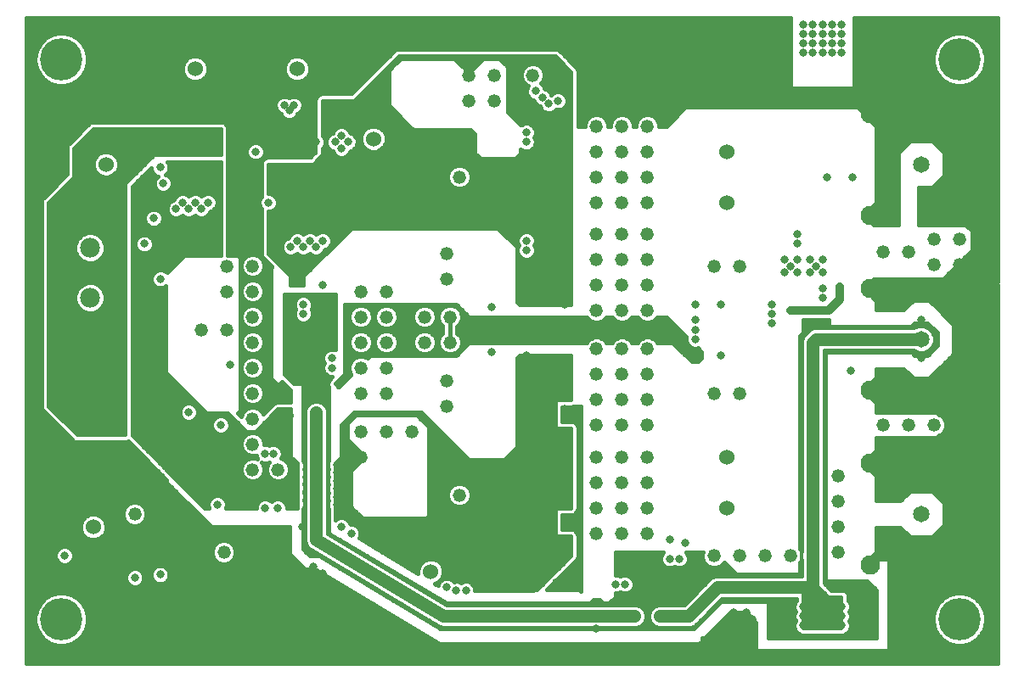
<source format=gbr>
G75*
%MOIN*%
%OFA0B0*%
%FSLAX24Y24*%
%IPPOS*%
%LPD*%
%AMOC8*
5,1,8,0,0,1.08239X$1,22.5*
%
%ADD10C,0.0520*%
%ADD11C,0.0600*%
%ADD12C,0.0780*%
%ADD13C,0.0650*%
%ADD14C,0.0768*%
%ADD15C,0.1660*%
%ADD16C,0.0317*%
%ADD17C,0.0160*%
%ADD18C,0.0320*%
%ADD19C,0.0120*%
%ADD20C,0.0500*%
D10*
X009205Y005572D03*
X010205Y005572D03*
X006705Y007072D03*
X005705Y007072D03*
X010330Y008822D03*
X011330Y008822D03*
X010330Y009822D03*
X010330Y010822D03*
X010330Y011822D03*
X010330Y012822D03*
X010330Y013822D03*
X009330Y014322D03*
X008330Y014322D03*
X010330Y014822D03*
X010330Y015822D03*
X009330Y015822D03*
X009330Y016822D03*
X010330Y016822D03*
X014580Y015822D03*
X015580Y015822D03*
X015580Y014822D03*
X014580Y014822D03*
X014580Y013822D03*
X015580Y013822D03*
X015580Y012822D03*
X014580Y012822D03*
X014580Y011822D03*
X015580Y011822D03*
X015580Y010322D03*
X014580Y010322D03*
X014580Y009322D03*
X016580Y010322D03*
X017955Y011322D03*
X017955Y012322D03*
X018080Y013822D03*
X017080Y013822D03*
X017080Y014822D03*
X018080Y014822D03*
X017955Y016322D03*
X017955Y017322D03*
X018455Y019322D03*
X018455Y020322D03*
X018830Y023322D03*
X019830Y023322D03*
X019830Y024322D03*
X018830Y024322D03*
X021330Y024322D03*
X022330Y024322D03*
X023830Y022322D03*
X024830Y022322D03*
X025830Y022322D03*
X025830Y021322D03*
X025830Y020322D03*
X025830Y019322D03*
X024830Y019322D03*
X023830Y019322D03*
X023830Y020322D03*
X024830Y020322D03*
X024830Y021322D03*
X023830Y021322D03*
X023830Y018072D03*
X024830Y018072D03*
X025830Y018072D03*
X025830Y017072D03*
X025830Y016072D03*
X025830Y015072D03*
X024830Y015072D03*
X023830Y015072D03*
X023830Y016072D03*
X024830Y016072D03*
X024830Y017072D03*
X023830Y017072D03*
X023830Y013572D03*
X024830Y013572D03*
X025830Y013572D03*
X025830Y012572D03*
X025830Y011572D03*
X025830Y010572D03*
X024830Y010572D03*
X023830Y010572D03*
X023830Y011572D03*
X024830Y011572D03*
X024830Y012572D03*
X023830Y012572D03*
X023830Y009322D03*
X024830Y009322D03*
X025830Y009322D03*
X025830Y008322D03*
X025830Y007322D03*
X025830Y006322D03*
X024830Y006322D03*
X023830Y006322D03*
X023830Y007322D03*
X024830Y007322D03*
X024830Y008322D03*
X023830Y008322D03*
X028455Y005447D03*
X029455Y005447D03*
X030455Y005447D03*
X031455Y005447D03*
X033330Y005572D03*
X033330Y006572D03*
X033330Y007572D03*
X033330Y008572D03*
X035080Y010572D03*
X036080Y010572D03*
X037080Y010572D03*
X038080Y010572D03*
X038080Y016885D03*
X037080Y016885D03*
X037080Y017885D03*
X038080Y017885D03*
X036080Y017385D03*
X035080Y017385D03*
X029455Y016822D03*
X028455Y016822D03*
X028455Y011822D03*
X029455Y011822D03*
X022330Y004322D03*
X021330Y004322D03*
X018455Y007822D03*
X018455Y008822D03*
D11*
X019330Y004822D03*
X017330Y004822D03*
X028955Y007322D03*
X028955Y009322D03*
X028955Y019322D03*
X028955Y021322D03*
X015080Y021822D03*
X015080Y019822D03*
X012080Y024572D03*
X010080Y024572D03*
X008080Y024572D03*
X004580Y020822D03*
X002580Y020822D03*
X003580Y011322D03*
X003580Y009322D03*
X004080Y007572D03*
X004080Y006572D03*
D12*
X003955Y013602D03*
X003955Y015572D03*
X003955Y017542D03*
D13*
X036580Y020822D03*
X036580Y013947D03*
X036580Y007072D03*
D14*
X034580Y005072D03*
X038580Y005072D03*
X038580Y009072D03*
X038580Y011947D03*
X034580Y011947D03*
X034580Y009072D03*
X034580Y015947D03*
X034580Y018822D03*
X038580Y018822D03*
X038580Y015947D03*
X038580Y022822D03*
X034580Y022822D03*
D15*
X038080Y024947D03*
X038080Y002947D03*
X002830Y002947D03*
X002830Y024947D03*
D16*
X006955Y024572D03*
X006955Y024197D03*
X007330Y024197D03*
X007330Y024572D03*
X006955Y022697D03*
X007205Y021947D03*
X006955Y021697D03*
X007205Y021447D03*
X007455Y021697D03*
X007705Y021447D03*
X007955Y021697D03*
X008205Y021447D03*
X008455Y021697D03*
X008705Y021447D03*
X008705Y021947D03*
X008205Y021947D03*
X007705Y021947D03*
X006705Y020697D03*
X006830Y020072D03*
X007580Y019322D03*
X007330Y019072D03*
X007830Y019072D03*
X008080Y019322D03*
X008330Y019072D03*
X008580Y019322D03*
X008580Y020322D03*
X008330Y020447D03*
X008080Y020322D03*
X009830Y019697D03*
X010080Y019197D03*
X010330Y018947D03*
X010080Y018697D03*
X010955Y019322D03*
X011955Y020447D03*
X012205Y020572D03*
X012080Y021447D03*
X011830Y021697D03*
X011580Y021447D03*
X011330Y021697D03*
X011080Y021447D03*
X010455Y021322D03*
X009705Y021322D03*
X009705Y021697D03*
X009705Y022072D03*
X010455Y022447D03*
X011080Y021947D03*
X011580Y021947D03*
X012080Y021947D03*
X012330Y021697D03*
X012580Y021447D03*
X012830Y021697D03*
X012580Y021947D03*
X013580Y021697D03*
X013830Y021447D03*
X014080Y021697D03*
X013830Y021947D03*
X011955Y023135D03*
X011768Y022947D03*
X011580Y023135D03*
X006455Y018697D03*
X006080Y017697D03*
X006705Y016322D03*
X011080Y017322D03*
X011830Y017572D03*
X012080Y017822D03*
X012330Y017572D03*
X012580Y017822D03*
X012830Y017572D03*
X013080Y017822D03*
X012080Y016447D03*
X013080Y016072D03*
X012330Y015322D03*
X012330Y014947D03*
X013455Y013197D03*
X013455Y012822D03*
X013705Y012197D03*
X012830Y011072D03*
X011768Y010947D03*
X011455Y010947D03*
X011580Y011697D03*
X009455Y012947D03*
X007830Y011072D03*
X009080Y010572D03*
X009080Y009447D03*
X010830Y009447D03*
X011143Y009447D03*
X012018Y009010D03*
X012018Y008697D03*
X012018Y008385D03*
X012018Y008072D03*
X012018Y007760D03*
X012018Y007447D03*
X011330Y007322D03*
X010830Y007322D03*
X012268Y006572D03*
X012830Y006072D03*
X013830Y006572D03*
X014205Y006322D03*
X013643Y007447D03*
X013643Y007760D03*
X013643Y008072D03*
X013643Y008385D03*
X013643Y008697D03*
X013643Y009010D03*
X008955Y007447D03*
X006705Y004697D03*
X005705Y004572D03*
X002955Y005447D03*
X012705Y005010D03*
X013080Y004760D03*
X016955Y002197D03*
X017330Y001947D03*
X017705Y001822D03*
X018080Y001822D03*
X018330Y004072D03*
X018705Y004072D03*
X017955Y004197D03*
X022205Y001822D03*
X022580Y001822D03*
X022955Y001822D03*
X023330Y001822D03*
X023830Y002572D03*
X023830Y003572D03*
X022955Y004197D03*
X022955Y004697D03*
X024580Y004322D03*
X024955Y004322D03*
X025330Y003072D03*
X026330Y003072D03*
X027955Y001947D03*
X028205Y001697D03*
X027955Y001447D03*
X028455Y001447D03*
X028705Y001697D03*
X028955Y001447D03*
X029205Y001697D03*
X029455Y001447D03*
X029705Y001697D03*
X029955Y001447D03*
X029955Y001947D03*
X029705Y002197D03*
X029455Y001947D03*
X029205Y002197D03*
X028955Y001947D03*
X028705Y002197D03*
X028455Y001947D03*
X028205Y002197D03*
X028455Y002447D03*
X028705Y002697D03*
X028955Y002447D03*
X029205Y002697D03*
X029455Y002447D03*
X029705Y002697D03*
X029955Y002447D03*
X029955Y002947D03*
X029705Y003197D03*
X029455Y002947D03*
X029205Y003197D03*
X028955Y002947D03*
X028580Y004197D03*
X029080Y004822D03*
X027080Y005322D03*
X026705Y005322D03*
X027330Y005947D03*
X026705Y006072D03*
X022580Y006572D03*
X022580Y006947D03*
X021080Y008697D03*
X021080Y009072D03*
X022580Y010822D03*
X022580Y011197D03*
X021080Y012947D03*
X021080Y013322D03*
X019705Y013447D03*
X019705Y015197D03*
X022580Y015322D03*
X022580Y015697D03*
X021080Y017447D03*
X021080Y017822D03*
X022580Y019572D03*
X022580Y019947D03*
X021080Y021697D03*
X021080Y022072D03*
X021955Y023197D03*
X021705Y023447D03*
X021455Y023697D03*
X022330Y023322D03*
X027955Y024572D03*
X028205Y024322D03*
X028455Y024572D03*
X028705Y024322D03*
X028955Y024572D03*
X029205Y024322D03*
X029455Y024572D03*
X029705Y024322D03*
X029955Y024572D03*
X030205Y024322D03*
X030455Y024572D03*
X030705Y024322D03*
X030705Y024822D03*
X030455Y025072D03*
X030205Y024822D03*
X029955Y025072D03*
X029705Y024822D03*
X029455Y025072D03*
X029205Y024822D03*
X028955Y025072D03*
X028705Y024822D03*
X028455Y025072D03*
X028205Y024822D03*
X027955Y025072D03*
X028205Y025322D03*
X027955Y025572D03*
X028205Y025822D03*
X028455Y025572D03*
X028705Y025322D03*
X028955Y025572D03*
X029205Y025322D03*
X029455Y025572D03*
X029705Y025322D03*
X029955Y025572D03*
X030205Y025322D03*
X030455Y025572D03*
X030705Y025322D03*
X030705Y025822D03*
X030455Y026072D03*
X030205Y025822D03*
X029955Y026072D03*
X029705Y025822D03*
X029455Y026072D03*
X029205Y025822D03*
X028955Y026072D03*
X028705Y025822D03*
X028455Y026072D03*
X028205Y026322D03*
X027955Y026072D03*
X028705Y026322D03*
X029205Y026322D03*
X029705Y026322D03*
X030205Y026322D03*
X030705Y026322D03*
X031955Y026322D03*
X031955Y025947D03*
X031955Y025572D03*
X032330Y025572D03*
X032705Y025572D03*
X033080Y025572D03*
X033455Y025572D03*
X033455Y025947D03*
X033080Y025947D03*
X032705Y025947D03*
X032330Y025947D03*
X032330Y026322D03*
X032705Y026322D03*
X033080Y026322D03*
X033455Y026322D03*
X034705Y026322D03*
X034955Y026072D03*
X034705Y025822D03*
X034955Y025572D03*
X034705Y025322D03*
X034955Y025072D03*
X034705Y024822D03*
X034955Y024572D03*
X034705Y024322D03*
X035205Y024322D03*
X035455Y024572D03*
X035705Y024322D03*
X035955Y024572D03*
X035705Y024822D03*
X035455Y025072D03*
X035205Y024822D03*
X035205Y025322D03*
X035455Y025572D03*
X035705Y025322D03*
X035955Y025072D03*
X035955Y025572D03*
X035705Y025822D03*
X035455Y026072D03*
X035205Y025822D03*
X035205Y026322D03*
X035705Y026322D03*
X035955Y026072D03*
X033455Y025197D03*
X033080Y025197D03*
X032705Y025197D03*
X032330Y025197D03*
X031955Y025197D03*
X032893Y020322D03*
X033893Y020322D03*
X031705Y018072D03*
X031705Y017697D03*
X031705Y017072D03*
X031455Y016822D03*
X031205Y016572D03*
X031705Y016572D03*
X032205Y016572D03*
X032455Y016822D03*
X032705Y016572D03*
X032705Y017072D03*
X032205Y017072D03*
X031205Y017072D03*
X032705Y015947D03*
X032705Y015572D03*
X033393Y016010D03*
X031455Y015072D03*
X030705Y014947D03*
X030705Y014572D03*
X030705Y015322D03*
X028705Y015322D03*
X027705Y015322D03*
X027705Y014697D03*
X027705Y014322D03*
X027705Y013947D03*
X027705Y013322D03*
X028705Y013322D03*
X032455Y013947D03*
X033830Y012697D03*
X036580Y013197D03*
X036580Y014697D03*
X035955Y003447D03*
X035705Y003197D03*
X035455Y002947D03*
X035705Y002697D03*
X035455Y002447D03*
X035705Y002197D03*
X035455Y001947D03*
X035705Y001697D03*
X035455Y001447D03*
X035955Y001447D03*
X035955Y001947D03*
X035955Y002447D03*
X035955Y002947D03*
X035455Y003447D03*
X034580Y003447D03*
X034330Y003197D03*
X034080Y002947D03*
X034330Y002697D03*
X034080Y002447D03*
X033455Y002697D03*
X033080Y002697D03*
X032705Y002697D03*
X032330Y002697D03*
X031955Y002697D03*
X031330Y002447D03*
X031080Y002697D03*
X030830Y002447D03*
X030830Y002947D03*
X031080Y003197D03*
X031330Y002947D03*
X031955Y003072D03*
X032330Y003072D03*
X032705Y003072D03*
X033080Y003072D03*
X033455Y003072D03*
X033455Y003447D03*
X033080Y003447D03*
X032705Y003447D03*
X032330Y003447D03*
X031955Y003447D03*
X031330Y003447D03*
X030830Y003447D03*
X034080Y003447D03*
X034580Y002947D03*
X034580Y002447D03*
D17*
X001455Y001197D02*
X001455Y026572D01*
X031455Y026572D01*
X031455Y023822D01*
X033955Y023822D01*
X033955Y026572D01*
X039580Y026572D01*
X039580Y016197D01*
X034580Y016197D01*
X034705Y016322D01*
X037455Y016322D01*
X038580Y017447D01*
X038580Y018197D01*
X038330Y018447D01*
X036490Y018447D01*
X036490Y019912D01*
X037021Y019912D01*
X037396Y020287D01*
X037490Y020381D01*
X037490Y021264D01*
X037115Y021639D01*
X037021Y021732D01*
X036139Y021732D01*
X035764Y021357D01*
X035670Y021264D01*
X035670Y018447D01*
X034705Y018447D01*
X034580Y018572D01*
X034580Y019072D01*
X034830Y019322D01*
X034830Y022322D01*
X034080Y023072D01*
X027330Y023072D01*
X026580Y022322D01*
X026290Y022322D01*
X026290Y022414D01*
X026220Y022583D01*
X026091Y022712D01*
X026970Y022712D01*
X027128Y022870D02*
X023110Y022870D01*
X023110Y022712D02*
X023569Y022712D01*
X023440Y022583D01*
X023370Y022414D01*
X023370Y022322D01*
X023110Y022322D01*
X023110Y024503D01*
X023067Y024606D01*
X022442Y025231D01*
X022364Y025310D01*
X022261Y025352D01*
X016024Y025352D01*
X015921Y025310D01*
X014214Y023602D01*
X013024Y023602D01*
X012921Y023560D01*
X012843Y023481D01*
X012800Y023378D01*
X012800Y021313D01*
X012589Y021102D01*
X010899Y021102D01*
X010796Y021060D01*
X010718Y020981D01*
X010675Y020878D01*
X010675Y019550D01*
X010651Y019526D01*
X010596Y019394D01*
X010596Y019251D01*
X010651Y019119D01*
X010675Y019095D01*
X010675Y017267D01*
X010718Y017164D01*
X011070Y016812D01*
X010830Y016572D01*
X010724Y016572D01*
X010790Y016731D01*
X010790Y016914D01*
X010720Y017083D01*
X010591Y017212D01*
X010421Y017282D01*
X010238Y017282D01*
X010069Y017212D01*
X009940Y017083D01*
X009870Y016914D01*
X009870Y016731D01*
X009936Y016572D01*
X009865Y016572D01*
X009865Y017139D01*
X009771Y017232D01*
X009360Y017232D01*
X009360Y022253D01*
X009317Y022356D01*
X009239Y022435D01*
X009136Y022477D01*
X004024Y022477D01*
X003921Y022435D01*
X003171Y021685D01*
X003093Y021606D01*
X003050Y021503D01*
X003050Y020438D01*
X002171Y019560D01*
X002093Y019481D01*
X002050Y019378D01*
X002050Y011267D01*
X002093Y011164D01*
X002171Y011085D01*
X002171Y011085D01*
X003218Y010039D01*
X003296Y009960D01*
X003399Y009917D01*
X005386Y009917D01*
X005441Y009940D01*
X006955Y008426D01*
X006955Y008322D01*
X008705Y006572D01*
X011795Y006572D01*
X011795Y005506D01*
X012295Y005006D01*
X012389Y004912D01*
X012786Y004912D01*
X017606Y002008D01*
X017639Y001975D01*
X017661Y001975D01*
X017679Y001964D01*
X017725Y001975D01*
X027896Y001975D01*
X027990Y002069D01*
X027990Y002197D01*
X028080Y002197D01*
X029080Y003197D01*
X029705Y003197D01*
X030080Y002822D01*
X030080Y001697D01*
X035330Y001697D01*
X035330Y005322D01*
X034580Y005322D01*
X034830Y005572D01*
X034830Y006537D01*
X035764Y006537D01*
X036139Y006162D01*
X037021Y006162D01*
X037396Y006537D01*
X037490Y006631D01*
X037490Y007514D01*
X037115Y007889D01*
X037021Y007982D01*
X036139Y007982D01*
X035764Y007607D01*
X034830Y007607D01*
X034830Y008572D01*
X034580Y008822D01*
X034580Y009322D01*
X034830Y009572D01*
X034830Y010072D01*
X037205Y010072D01*
X037297Y010164D01*
X037341Y010182D01*
X037470Y010312D01*
X037540Y010481D01*
X037540Y010664D01*
X037470Y010833D01*
X037341Y010962D01*
X037297Y010980D01*
X037205Y011072D01*
X034830Y011072D01*
X034830Y011447D01*
X034580Y011697D01*
X034580Y012197D01*
X034830Y012447D01*
X034830Y012787D01*
X035889Y012787D01*
X036139Y012537D01*
X036170Y012506D01*
X036264Y012412D01*
X036896Y012412D01*
X037771Y013287D01*
X037865Y013381D01*
X037865Y014514D01*
X037115Y015264D01*
X036990Y015389D01*
X036896Y015482D01*
X036264Y015482D01*
X035889Y015107D01*
X034830Y015107D01*
X034830Y015447D01*
X034580Y015697D01*
X034580Y016072D01*
X039580Y016072D01*
X039580Y001197D01*
X001455Y001197D01*
X001455Y001314D02*
X039580Y001314D01*
X039580Y001473D02*
X001455Y001473D01*
X001455Y001631D02*
X039580Y001631D01*
X039580Y001790D02*
X035330Y001790D01*
X035330Y001948D02*
X037829Y001948D01*
X037944Y001918D02*
X037682Y001988D01*
X037448Y002123D01*
X037256Y002315D01*
X037120Y002550D01*
X037050Y002812D01*
X037050Y003083D01*
X037120Y003345D01*
X037256Y003580D01*
X037448Y003772D01*
X037682Y003907D01*
X037944Y003977D01*
X038216Y003977D01*
X038478Y003907D01*
X038712Y003772D01*
X038904Y003580D01*
X039040Y003345D01*
X039110Y003083D01*
X039110Y002812D01*
X039040Y002550D01*
X038904Y002315D01*
X038712Y002123D01*
X038478Y001988D01*
X038216Y001918D01*
X037944Y001918D01*
X038331Y001948D02*
X039580Y001948D01*
X039580Y002107D02*
X038684Y002107D01*
X038855Y002265D02*
X039580Y002265D01*
X039580Y002424D02*
X038967Y002424D01*
X039048Y002582D02*
X039580Y002582D01*
X039580Y002741D02*
X039091Y002741D01*
X039110Y002899D02*
X039580Y002899D01*
X039580Y003058D02*
X039110Y003058D01*
X039074Y003216D02*
X039580Y003216D01*
X039580Y003375D02*
X039022Y003375D01*
X038931Y003533D02*
X039580Y003533D01*
X039580Y003692D02*
X038792Y003692D01*
X038576Y003850D02*
X039580Y003850D01*
X039580Y004009D02*
X035330Y004009D01*
X035330Y004167D02*
X039580Y004167D01*
X039580Y004326D02*
X035330Y004326D01*
X035330Y004484D02*
X039580Y004484D01*
X039580Y004643D02*
X035330Y004643D01*
X035330Y004801D02*
X039580Y004801D01*
X039580Y004960D02*
X035330Y004960D01*
X035330Y005118D02*
X039580Y005118D01*
X039580Y005277D02*
X035330Y005277D01*
X034830Y005594D02*
X039580Y005594D01*
X039580Y005752D02*
X034830Y005752D01*
X034830Y005911D02*
X039580Y005911D01*
X039580Y006069D02*
X034830Y006069D01*
X034830Y006228D02*
X036073Y006228D01*
X035915Y006386D02*
X034830Y006386D01*
X034693Y005435D02*
X039580Y005435D01*
X039580Y006228D02*
X037087Y006228D01*
X037245Y006386D02*
X039580Y006386D01*
X039580Y006545D02*
X037404Y006545D01*
X037490Y006703D02*
X039580Y006703D01*
X039580Y006862D02*
X037490Y006862D01*
X037490Y007020D02*
X039580Y007020D01*
X039580Y007179D02*
X037490Y007179D01*
X037490Y007337D02*
X039580Y007337D01*
X039580Y007496D02*
X037490Y007496D01*
X037349Y007654D02*
X039580Y007654D01*
X039580Y007813D02*
X037191Y007813D01*
X037032Y007971D02*
X039580Y007971D01*
X039580Y008130D02*
X034830Y008130D01*
X034830Y008288D02*
X039580Y008288D01*
X039580Y008447D02*
X034830Y008447D01*
X034797Y008605D02*
X039580Y008605D01*
X039580Y008764D02*
X034638Y008764D01*
X034580Y008922D02*
X039580Y008922D01*
X039580Y009081D02*
X034580Y009081D01*
X034580Y009239D02*
X039580Y009239D01*
X039580Y009398D02*
X034656Y009398D01*
X034814Y009556D02*
X039580Y009556D01*
X039580Y009715D02*
X034830Y009715D01*
X034830Y009873D02*
X039580Y009873D01*
X039580Y010032D02*
X034830Y010032D01*
X034830Y011141D02*
X039580Y011141D01*
X039580Y010983D02*
X037294Y010983D01*
X037474Y010824D02*
X039580Y010824D01*
X039580Y010666D02*
X037539Y010666D01*
X037540Y010507D02*
X039580Y010507D01*
X039580Y010349D02*
X037485Y010349D01*
X037349Y010190D02*
X039580Y010190D01*
X039580Y011300D02*
X034830Y011300D01*
X034819Y011458D02*
X039580Y011458D01*
X039580Y011617D02*
X034660Y011617D01*
X034580Y011775D02*
X039580Y011775D01*
X039580Y011934D02*
X034580Y011934D01*
X034580Y012092D02*
X039580Y012092D01*
X039580Y012251D02*
X034634Y012251D01*
X034792Y012409D02*
X039580Y012409D01*
X039580Y012568D02*
X037052Y012568D01*
X037210Y012726D02*
X039580Y012726D01*
X039580Y012885D02*
X037369Y012885D01*
X037527Y013043D02*
X039580Y013043D01*
X039580Y013202D02*
X037686Y013202D01*
X037844Y013360D02*
X039580Y013360D01*
X039580Y013519D02*
X037865Y013519D01*
X037865Y013677D02*
X039580Y013677D01*
X039580Y013836D02*
X037865Y013836D01*
X037865Y013994D02*
X039580Y013994D01*
X039580Y014153D02*
X037865Y014153D01*
X037865Y014311D02*
X039580Y014311D01*
X039580Y014470D02*
X037865Y014470D01*
X037750Y014628D02*
X039580Y014628D01*
X039580Y014787D02*
X037592Y014787D01*
X037433Y014945D02*
X039580Y014945D01*
X039580Y015104D02*
X037275Y015104D01*
X037116Y015262D02*
X039580Y015262D01*
X039580Y015421D02*
X036958Y015421D01*
X036202Y015421D02*
X034830Y015421D01*
X034830Y015262D02*
X036044Y015262D01*
X036330Y014572D02*
X036830Y014572D01*
X037205Y014197D01*
X037205Y013697D01*
X036830Y013322D01*
X036330Y013322D01*
X036205Y013447D01*
X032830Y013447D01*
X032830Y004447D01*
X034455Y004447D01*
X034830Y004072D01*
X034830Y002197D01*
X030580Y002197D01*
X030580Y003635D01*
X028705Y003635D01*
X027643Y002572D01*
X017705Y002572D01*
X012955Y005447D01*
X012580Y005447D01*
X012330Y005697D01*
X012330Y007264D01*
X012376Y007376D01*
X012376Y007519D01*
X012341Y007604D01*
X012376Y007689D01*
X012376Y007831D01*
X012341Y007916D01*
X012376Y008001D01*
X012376Y008144D01*
X012341Y008229D01*
X012376Y008314D01*
X012376Y008456D01*
X012341Y008541D01*
X012376Y008626D01*
X012376Y008769D01*
X012341Y008854D01*
X012376Y008939D01*
X012376Y009081D01*
X012380Y009081D01*
X012376Y009081D02*
X012330Y009193D01*
X012330Y012197D01*
X011955Y012197D01*
X011580Y012572D01*
X011580Y015697D01*
X013580Y015697D01*
X013580Y013534D01*
X013526Y013556D01*
X013384Y013556D01*
X013252Y013502D01*
X013151Y013401D01*
X013096Y013269D01*
X013096Y013126D01*
X013144Y013010D01*
X013096Y012894D01*
X013096Y012751D01*
X013151Y012619D01*
X013252Y012518D01*
X013384Y012464D01*
X013450Y012464D01*
X013421Y012435D01*
X013343Y012356D01*
X013300Y012253D01*
X013300Y012142D01*
X013330Y012069D01*
X013330Y009193D01*
X013284Y009081D01*
X013280Y009081D01*
X013284Y009081D02*
X013284Y008939D01*
X013319Y008854D01*
X013284Y008769D01*
X013284Y008626D01*
X013319Y008541D01*
X013284Y008456D01*
X013284Y008314D01*
X013319Y008229D01*
X013284Y008144D01*
X013284Y008001D01*
X013319Y007916D01*
X013284Y007831D01*
X013284Y007689D01*
X013319Y007604D01*
X013284Y007519D01*
X013284Y007376D01*
X013330Y007264D01*
X013330Y006322D01*
X017955Y003572D01*
X023580Y003572D01*
X023705Y003697D01*
X023955Y003697D01*
X024080Y003572D01*
X024330Y003572D01*
X024580Y003822D01*
X024580Y003964D01*
X024651Y003964D01*
X024768Y004012D01*
X024884Y003964D01*
X025026Y003964D01*
X025158Y004018D01*
X025259Y004119D01*
X025314Y004251D01*
X025314Y004394D01*
X025259Y004526D01*
X025158Y004627D01*
X025026Y004681D01*
X024884Y004681D01*
X024768Y004633D01*
X024651Y004681D01*
X024580Y004681D01*
X024580Y005572D01*
X026448Y005572D01*
X026401Y005526D01*
X026346Y005394D01*
X026346Y005251D01*
X026401Y005119D01*
X026502Y005018D01*
X026634Y004964D01*
X026776Y004964D01*
X026893Y005012D01*
X027009Y004964D01*
X027151Y004964D01*
X027283Y005018D01*
X027384Y005119D01*
X027439Y005251D01*
X027439Y005394D01*
X027384Y005526D01*
X027337Y005572D01*
X028009Y005572D01*
X027995Y005539D01*
X027995Y005356D01*
X028065Y005187D01*
X028194Y005057D01*
X028363Y004987D01*
X028546Y004987D01*
X028716Y005057D01*
X028843Y005185D01*
X029330Y004697D01*
X031830Y004697D01*
X031830Y005172D01*
X031845Y005187D01*
X031880Y005271D01*
X031880Y004647D01*
X028490Y004647D01*
X028325Y004579D01*
X028199Y004452D01*
X027269Y003522D01*
X026240Y003522D01*
X026075Y003454D01*
X025949Y003327D01*
X025880Y003162D01*
X025880Y002983D01*
X025949Y002818D01*
X026075Y002691D01*
X026240Y002622D01*
X027545Y002622D01*
X027710Y002691D01*
X028766Y003747D01*
X031695Y003747D01*
X031695Y003695D01*
X031651Y003651D01*
X031596Y003519D01*
X031596Y003376D01*
X031644Y003260D01*
X031596Y003144D01*
X031596Y003001D01*
X031644Y002885D01*
X031596Y002769D01*
X031596Y002626D01*
X031651Y002494D01*
X031752Y002393D01*
X031777Y002383D01*
X031808Y002352D01*
X031903Y002312D01*
X033507Y002312D01*
X033602Y002352D01*
X033633Y002383D01*
X033658Y002393D01*
X033759Y002494D01*
X033814Y002626D01*
X033814Y002769D01*
X033766Y002885D01*
X033814Y003001D01*
X033814Y003144D01*
X033766Y003260D01*
X033814Y003376D01*
X033814Y003519D01*
X033759Y003651D01*
X033715Y003695D01*
X033715Y003874D01*
X033675Y003970D01*
X033602Y004043D01*
X033507Y004082D01*
X033063Y004082D01*
X032780Y004365D01*
X032780Y013497D01*
X036295Y013497D01*
X036476Y013423D01*
X036684Y013423D01*
X036877Y013503D01*
X037025Y013650D01*
X037105Y013843D01*
X037105Y014052D01*
X037025Y014245D01*
X036877Y014392D01*
X036684Y014472D01*
X036476Y014472D01*
X036295Y014397D01*
X032365Y014397D01*
X032200Y014329D01*
X032074Y014202D01*
X031949Y014077D01*
X031880Y013912D01*
X031880Y005623D01*
X031845Y005708D01*
X031830Y005723D01*
X031830Y014072D01*
X031955Y014197D01*
X031955Y014712D01*
X032955Y014712D01*
X032955Y014447D01*
X036205Y014447D01*
X036330Y014572D01*
X036228Y014470D02*
X036470Y014470D01*
X036690Y014470D02*
X036932Y014470D01*
X036958Y014311D02*
X037091Y014311D01*
X037063Y014153D02*
X037205Y014153D01*
X037205Y013994D02*
X037105Y013994D01*
X037102Y013836D02*
X037205Y013836D01*
X037185Y013677D02*
X037036Y013677D01*
X037027Y013519D02*
X036894Y013519D01*
X036868Y013360D02*
X036292Y013360D01*
X035950Y012726D02*
X034830Y012726D01*
X034830Y012568D02*
X036108Y012568D01*
X036139Y012537D02*
X036139Y012537D01*
X036170Y012506D02*
X036170Y012506D01*
X032955Y014470D02*
X031955Y014470D01*
X031955Y014628D02*
X032955Y014628D01*
X032183Y014311D02*
X031955Y014311D01*
X032074Y014202D02*
X032074Y014202D01*
X032024Y014153D02*
X031911Y014153D01*
X031914Y013994D02*
X031830Y013994D01*
X031830Y013836D02*
X031880Y013836D01*
X031880Y013677D02*
X031830Y013677D01*
X031830Y013519D02*
X031880Y013519D01*
X031880Y013360D02*
X031830Y013360D01*
X031830Y013202D02*
X031880Y013202D01*
X031880Y013043D02*
X031830Y013043D01*
X031830Y012885D02*
X031880Y012885D01*
X031880Y012726D02*
X031830Y012726D01*
X031830Y012568D02*
X031880Y012568D01*
X031880Y012409D02*
X031830Y012409D01*
X031830Y012251D02*
X031880Y012251D01*
X031880Y012092D02*
X031830Y012092D01*
X031830Y011934D02*
X031880Y011934D01*
X031880Y011775D02*
X031830Y011775D01*
X031830Y011617D02*
X031880Y011617D01*
X031880Y011458D02*
X031830Y011458D01*
X031830Y011300D02*
X031880Y011300D01*
X031880Y011141D02*
X031830Y011141D01*
X031830Y010983D02*
X031880Y010983D01*
X031880Y010824D02*
X031830Y010824D01*
X031830Y010666D02*
X031880Y010666D01*
X031880Y010507D02*
X031830Y010507D01*
X031830Y010349D02*
X031880Y010349D01*
X031880Y010190D02*
X031830Y010190D01*
X031830Y010032D02*
X031880Y010032D01*
X031880Y009873D02*
X031830Y009873D01*
X031830Y009715D02*
X031880Y009715D01*
X031880Y009556D02*
X031830Y009556D01*
X031830Y009398D02*
X031880Y009398D01*
X031880Y009239D02*
X031830Y009239D01*
X031830Y009081D02*
X031880Y009081D01*
X031880Y008922D02*
X031830Y008922D01*
X031830Y008764D02*
X031880Y008764D01*
X031880Y008605D02*
X031830Y008605D01*
X031830Y008447D02*
X031880Y008447D01*
X031880Y008288D02*
X031830Y008288D01*
X031830Y008130D02*
X031880Y008130D01*
X031880Y007971D02*
X031830Y007971D01*
X031830Y007813D02*
X031880Y007813D01*
X031880Y007654D02*
X031830Y007654D01*
X031830Y007496D02*
X031880Y007496D01*
X031880Y007337D02*
X031830Y007337D01*
X031830Y007179D02*
X031880Y007179D01*
X031880Y007020D02*
X031830Y007020D01*
X031830Y006862D02*
X031880Y006862D01*
X031880Y006703D02*
X031830Y006703D01*
X031830Y006545D02*
X031880Y006545D01*
X031880Y006386D02*
X031830Y006386D01*
X031830Y006228D02*
X031880Y006228D01*
X031880Y006069D02*
X031830Y006069D01*
X031830Y005911D02*
X031880Y005911D01*
X031880Y005752D02*
X031830Y005752D01*
X031830Y005118D02*
X031880Y005118D01*
X031880Y004960D02*
X031830Y004960D01*
X031830Y004801D02*
X031880Y004801D01*
X032780Y004801D02*
X032830Y004801D01*
X032830Y004643D02*
X032780Y004643D01*
X032780Y004484D02*
X032830Y004484D01*
X032819Y004326D02*
X034576Y004326D01*
X034735Y004167D02*
X032978Y004167D01*
X033636Y004009D02*
X034830Y004009D01*
X034830Y003850D02*
X033715Y003850D01*
X033718Y003692D02*
X034830Y003692D01*
X034830Y003533D02*
X033808Y003533D01*
X033813Y003375D02*
X034830Y003375D01*
X034830Y003216D02*
X033784Y003216D01*
X033814Y003058D02*
X034830Y003058D01*
X034830Y002899D02*
X033772Y002899D01*
X033814Y002741D02*
X034830Y002741D01*
X034830Y002582D02*
X033796Y002582D01*
X033689Y002424D02*
X034830Y002424D01*
X034830Y002265D02*
X030580Y002265D01*
X030580Y002424D02*
X031721Y002424D01*
X031614Y002582D02*
X030580Y002582D01*
X030580Y002741D02*
X031596Y002741D01*
X031638Y002899D02*
X030580Y002899D01*
X030580Y003058D02*
X031596Y003058D01*
X031626Y003216D02*
X030580Y003216D01*
X030580Y003375D02*
X031597Y003375D01*
X031602Y003533D02*
X030580Y003533D01*
X030003Y002899D02*
X028782Y002899D01*
X028624Y002741D02*
X030080Y002741D01*
X030080Y002582D02*
X028465Y002582D01*
X028307Y002424D02*
X030080Y002424D01*
X030080Y002265D02*
X028148Y002265D01*
X027990Y002107D02*
X030080Y002107D01*
X030080Y001948D02*
X003081Y001948D01*
X002966Y001918D02*
X003228Y001988D01*
X003462Y002123D01*
X003654Y002315D01*
X003790Y002550D01*
X003860Y002812D01*
X003860Y003083D01*
X003790Y003345D01*
X003654Y003580D01*
X003462Y003772D01*
X003228Y003907D01*
X002966Y003977D01*
X002694Y003977D01*
X002432Y003907D01*
X002198Y003772D01*
X002006Y003580D01*
X001870Y003345D01*
X001800Y003083D01*
X001800Y002812D01*
X001870Y002550D01*
X002006Y002315D01*
X002198Y002123D01*
X002432Y001988D01*
X002694Y001918D01*
X002966Y001918D01*
X002579Y001948D02*
X001455Y001948D01*
X001455Y001790D02*
X030080Y001790D01*
X029844Y003058D02*
X028941Y003058D01*
X028604Y003533D02*
X028552Y003533D01*
X028445Y003375D02*
X028394Y003375D01*
X028287Y003216D02*
X028235Y003216D01*
X028128Y003058D02*
X028077Y003058D01*
X027970Y002899D02*
X027918Y002899D01*
X027811Y002741D02*
X027760Y002741D01*
X027653Y002582D02*
X017688Y002582D01*
X017709Y002635D02*
X017740Y002622D01*
X017797Y002622D01*
X017852Y002614D01*
X017885Y002622D01*
X025420Y002622D01*
X025585Y002691D01*
X025711Y002818D01*
X025780Y002983D01*
X025780Y003162D01*
X025711Y003327D01*
X025585Y003454D01*
X025420Y003522D01*
X017955Y003522D01*
X013280Y006327D01*
X013280Y011162D01*
X013211Y011327D01*
X013085Y011454D01*
X012920Y011522D01*
X012740Y011522D01*
X012575Y011454D01*
X012449Y011327D01*
X012380Y011162D01*
X012380Y006106D01*
X012372Y006050D01*
X012380Y006017D01*
X012380Y005983D01*
X012402Y005931D01*
X012415Y005876D01*
X012435Y005849D01*
X012449Y005818D01*
X012488Y005778D01*
X012522Y005733D01*
X012551Y005715D01*
X012575Y005691D01*
X012627Y005669D01*
X017551Y002715D01*
X017575Y002691D01*
X017627Y002669D01*
X017675Y002641D01*
X017709Y002635D01*
X017508Y002741D02*
X017427Y002741D01*
X017244Y002899D02*
X017165Y002899D01*
X016979Y003058D02*
X016903Y003058D01*
X016715Y003216D02*
X016641Y003216D01*
X016451Y003375D02*
X016379Y003375D01*
X016187Y003533D02*
X016117Y003533D01*
X015923Y003692D02*
X015855Y003692D01*
X015659Y003850D02*
X015593Y003850D01*
X015394Y004009D02*
X015332Y004009D01*
X015130Y004167D02*
X015070Y004167D01*
X014866Y004326D02*
X014808Y004326D01*
X014602Y004484D02*
X014546Y004484D01*
X014338Y004643D02*
X014284Y004643D01*
X014074Y004801D02*
X014022Y004801D01*
X013809Y004960D02*
X013760Y004960D01*
X013545Y005118D02*
X013499Y005118D01*
X013281Y005277D02*
X013237Y005277D01*
X013017Y005435D02*
X012975Y005435D01*
X012753Y005594D02*
X012433Y005594D01*
X012507Y005752D02*
X012330Y005752D01*
X012330Y005911D02*
X012407Y005911D01*
X012375Y006069D02*
X012330Y006069D01*
X012330Y006228D02*
X012380Y006228D01*
X012380Y006386D02*
X012330Y006386D01*
X012330Y006545D02*
X012380Y006545D01*
X012380Y006703D02*
X012330Y006703D01*
X012330Y006862D02*
X012380Y006862D01*
X012380Y007020D02*
X012330Y007020D01*
X012330Y007179D02*
X012380Y007179D01*
X012380Y007337D02*
X012360Y007337D01*
X012376Y007496D02*
X012380Y007496D01*
X012380Y007654D02*
X012362Y007654D01*
X012376Y007813D02*
X012380Y007813D01*
X012364Y007971D02*
X012380Y007971D01*
X012376Y008130D02*
X012380Y008130D01*
X012366Y008288D02*
X012380Y008288D01*
X012376Y008447D02*
X012380Y008447D01*
X012368Y008605D02*
X012380Y008605D01*
X012376Y008764D02*
X012380Y008764D01*
X012370Y008922D02*
X012380Y008922D01*
X012080Y008922D02*
X011786Y008922D01*
X011790Y008914D02*
X011720Y009083D01*
X011591Y009212D01*
X011456Y009268D01*
X011501Y009376D01*
X011501Y009519D01*
X011447Y009651D01*
X011346Y009752D01*
X011214Y009806D01*
X011071Y009806D01*
X010986Y009771D01*
X010901Y009806D01*
X010790Y009806D01*
X010790Y009914D01*
X010720Y010083D01*
X010591Y010212D01*
X010421Y010282D01*
X010238Y010282D01*
X010069Y010212D01*
X009940Y010083D01*
X009870Y009914D01*
X009870Y009731D01*
X009940Y009562D01*
X010069Y009432D01*
X010238Y009362D01*
X010421Y009362D01*
X010471Y009383D01*
X010471Y009376D01*
X010526Y009244D01*
X010534Y009236D01*
X010421Y009282D01*
X010238Y009282D01*
X010069Y009212D01*
X009940Y009083D01*
X009870Y008914D01*
X009870Y008731D01*
X009940Y008562D01*
X010069Y008432D01*
X010238Y008362D01*
X010421Y008362D01*
X010591Y008432D01*
X010720Y008562D01*
X010790Y008731D01*
X010790Y008914D01*
X010720Y009083D01*
X010683Y009120D01*
X010759Y009089D01*
X010901Y009089D01*
X010977Y009120D01*
X010940Y009083D01*
X010870Y008914D01*
X010870Y008731D01*
X010940Y008562D01*
X011069Y008432D01*
X011238Y008362D01*
X011421Y008362D01*
X011591Y008432D01*
X011720Y008562D01*
X011790Y008731D01*
X011790Y008914D01*
X011790Y008764D02*
X012080Y008764D01*
X012080Y008605D02*
X011738Y008605D01*
X011605Y008447D02*
X012080Y008447D01*
X012080Y008288D02*
X007489Y008288D01*
X007647Y008130D02*
X012080Y008130D01*
X012080Y007971D02*
X007806Y007971D01*
X007964Y007813D02*
X012080Y007813D01*
X012080Y007654D02*
X011466Y007654D01*
X011401Y007681D02*
X011259Y007681D01*
X011127Y007627D01*
X011080Y007580D01*
X011033Y007627D01*
X010901Y007681D01*
X010759Y007681D01*
X010627Y007627D01*
X010526Y007526D01*
X010471Y007394D01*
X010471Y007322D01*
X009292Y007322D01*
X009314Y007376D01*
X009314Y007519D01*
X009259Y007651D01*
X009158Y007752D01*
X009026Y007806D01*
X008884Y007806D01*
X008752Y007752D01*
X008651Y007651D01*
X008596Y007519D01*
X008596Y007376D01*
X008618Y007322D01*
X008455Y007322D01*
X005610Y010167D01*
X005610Y019956D01*
X006346Y020693D01*
X006346Y020626D01*
X006401Y020494D01*
X006502Y020393D01*
X006602Y020352D01*
X006526Y020276D01*
X006471Y020144D01*
X006471Y020001D01*
X006526Y019869D01*
X006627Y019768D01*
X006759Y019714D01*
X006901Y019714D01*
X007033Y019768D01*
X007134Y019869D01*
X007189Y020001D01*
X007189Y020144D01*
X007134Y020276D01*
X007033Y020377D01*
X006933Y020418D01*
X007009Y020494D01*
X007064Y020626D01*
X007064Y020769D01*
X007009Y020901D01*
X006992Y020917D01*
X009080Y020917D01*
X009080Y017232D01*
X007639Y017232D01*
X007014Y016607D01*
X006971Y016564D01*
X006908Y016627D01*
X006776Y016681D01*
X006634Y016681D01*
X006502Y016627D01*
X006401Y016526D01*
X006346Y016394D01*
X006346Y016251D01*
X006401Y016119D01*
X006502Y016018D01*
X006634Y015964D01*
X006776Y015964D01*
X006908Y016018D01*
X006920Y016030D01*
X006920Y012631D01*
X008420Y011131D01*
X008514Y011037D01*
X009365Y011037D01*
X010080Y010322D01*
X010455Y010322D01*
X010547Y010414D01*
X010591Y010432D01*
X010720Y010562D01*
X010738Y010605D01*
X011330Y011197D01*
X011830Y011197D01*
X011830Y009322D01*
X012080Y009072D01*
X012080Y007322D01*
X011689Y007322D01*
X011689Y007394D01*
X011634Y007526D01*
X011533Y007627D01*
X011401Y007681D01*
X011194Y007654D02*
X010966Y007654D01*
X010694Y007654D02*
X009255Y007654D01*
X009314Y007496D02*
X010514Y007496D01*
X010471Y007337D02*
X009298Y007337D01*
X008612Y007337D02*
X008440Y007337D01*
X008596Y007496D02*
X008281Y007496D01*
X008123Y007654D02*
X008655Y007654D01*
X007940Y007337D02*
X006091Y007337D01*
X006095Y007333D02*
X005966Y007462D01*
X005796Y007532D01*
X005613Y007532D01*
X005444Y007462D01*
X005315Y007333D01*
X005245Y007164D01*
X005245Y006981D01*
X005315Y006812D01*
X005444Y006682D01*
X005613Y006612D01*
X005796Y006612D01*
X005966Y006682D01*
X006095Y006812D01*
X006165Y006981D01*
X006165Y007164D01*
X006095Y007333D01*
X006159Y007179D02*
X008098Y007179D01*
X008257Y007020D02*
X006165Y007020D01*
X006116Y006862D02*
X008415Y006862D01*
X008574Y006703D02*
X005987Y006703D01*
X005423Y006703D02*
X004567Y006703D01*
X004580Y006672D02*
X004504Y006856D01*
X004363Y006996D01*
X004179Y007072D01*
X003981Y007072D01*
X003797Y006996D01*
X003656Y006856D01*
X003580Y006672D01*
X003580Y006473D01*
X003656Y006289D01*
X003797Y006149D01*
X003981Y006072D01*
X004179Y006072D01*
X004363Y006149D01*
X004504Y006289D01*
X004580Y006473D01*
X004580Y006672D01*
X004580Y006545D02*
X011795Y006545D01*
X011795Y006386D02*
X004544Y006386D01*
X004443Y006228D02*
X011795Y006228D01*
X011795Y006069D02*
X001455Y006069D01*
X001455Y005911D02*
X008893Y005911D01*
X008944Y005962D02*
X008815Y005833D01*
X008745Y005664D01*
X008745Y005481D01*
X008815Y005312D01*
X008944Y005182D01*
X009113Y005112D01*
X009296Y005112D01*
X009466Y005182D01*
X009595Y005312D01*
X009665Y005481D01*
X009665Y005664D01*
X009595Y005833D01*
X009466Y005962D01*
X009296Y006032D01*
X009113Y006032D01*
X008944Y005962D01*
X008782Y005752D02*
X003156Y005752D01*
X003158Y005752D02*
X003026Y005806D01*
X002884Y005806D01*
X002752Y005752D01*
X002651Y005651D01*
X002596Y005519D01*
X002596Y005376D01*
X002651Y005244D01*
X002752Y005143D01*
X002884Y005089D01*
X003026Y005089D01*
X003158Y005143D01*
X003259Y005244D01*
X003314Y005376D01*
X003314Y005519D01*
X003259Y005651D01*
X003158Y005752D01*
X003283Y005594D02*
X008745Y005594D01*
X008764Y005435D02*
X003314Y005435D01*
X003273Y005277D02*
X008850Y005277D01*
X009099Y005118D02*
X003098Y005118D01*
X002812Y005118D02*
X001455Y005118D01*
X001455Y004960D02*
X006460Y004960D01*
X006502Y005002D02*
X006401Y004901D01*
X006346Y004769D01*
X006346Y004626D01*
X006401Y004494D01*
X006502Y004393D01*
X006634Y004339D01*
X006776Y004339D01*
X006908Y004393D01*
X007009Y004494D01*
X007064Y004626D01*
X007064Y004769D01*
X007009Y004901D01*
X006908Y005002D01*
X006776Y005056D01*
X006634Y005056D01*
X006502Y005002D01*
X006360Y004801D02*
X005983Y004801D01*
X006009Y004776D02*
X005908Y004877D01*
X005776Y004931D01*
X005634Y004931D01*
X005502Y004877D01*
X005401Y004776D01*
X005346Y004644D01*
X005346Y004501D01*
X005401Y004369D01*
X005502Y004268D01*
X005634Y004214D01*
X005776Y004214D01*
X005908Y004268D01*
X006009Y004369D01*
X006064Y004501D01*
X006064Y004644D01*
X006009Y004776D01*
X006064Y004643D02*
X006346Y004643D01*
X006411Y004484D02*
X006057Y004484D01*
X005966Y004326D02*
X013759Y004326D01*
X014022Y004167D02*
X001455Y004167D01*
X001455Y004009D02*
X014285Y004009D01*
X014548Y003850D02*
X003326Y003850D01*
X003542Y003692D02*
X014811Y003692D01*
X015074Y003533D02*
X003681Y003533D01*
X003772Y003375D02*
X015337Y003375D01*
X015600Y003216D02*
X003824Y003216D01*
X003860Y003058D02*
X015863Y003058D01*
X016126Y002899D02*
X003860Y002899D01*
X003841Y002741D02*
X016389Y002741D01*
X016652Y002582D02*
X003798Y002582D01*
X003717Y002424D02*
X016915Y002424D01*
X017178Y002265D02*
X003605Y002265D01*
X003434Y002107D02*
X017441Y002107D01*
X017936Y003533D02*
X027280Y003533D01*
X027438Y003692D02*
X024450Y003692D01*
X024580Y003850D02*
X027597Y003850D01*
X027755Y004009D02*
X025136Y004009D01*
X025279Y004167D02*
X027914Y004167D01*
X028072Y004326D02*
X025314Y004326D01*
X025276Y004484D02*
X028231Y004484D01*
X028480Y004643D02*
X025119Y004643D01*
X024791Y004643D02*
X024744Y004643D01*
X024580Y004801D02*
X029226Y004801D01*
X029067Y004960D02*
X024580Y004960D01*
X024580Y005118D02*
X026402Y005118D01*
X026346Y005277D02*
X024580Y005277D01*
X024580Y005435D02*
X026364Y005435D01*
X027421Y005435D02*
X027995Y005435D01*
X028028Y005277D02*
X027439Y005277D01*
X027383Y005118D02*
X028133Y005118D01*
X028777Y005118D02*
X028909Y005118D01*
X028711Y003692D02*
X031692Y003692D01*
X032780Y004960D02*
X032830Y004960D01*
X032830Y005118D02*
X032780Y005118D01*
X032780Y005277D02*
X032830Y005277D01*
X032830Y005435D02*
X032780Y005435D01*
X032780Y005594D02*
X032830Y005594D01*
X032830Y005752D02*
X032780Y005752D01*
X032780Y005911D02*
X032830Y005911D01*
X032830Y006069D02*
X032780Y006069D01*
X032780Y006228D02*
X032830Y006228D01*
X032830Y006386D02*
X032780Y006386D01*
X032780Y006545D02*
X032830Y006545D01*
X032830Y006703D02*
X032780Y006703D01*
X032780Y006862D02*
X032830Y006862D01*
X032830Y007020D02*
X032780Y007020D01*
X032780Y007179D02*
X032830Y007179D01*
X032830Y007337D02*
X032780Y007337D01*
X032780Y007496D02*
X032830Y007496D01*
X032830Y007654D02*
X032780Y007654D01*
X032780Y007813D02*
X032830Y007813D01*
X032830Y007971D02*
X032780Y007971D01*
X032780Y008130D02*
X032830Y008130D01*
X032830Y008288D02*
X032780Y008288D01*
X032780Y008447D02*
X032830Y008447D01*
X032830Y008605D02*
X032780Y008605D01*
X032780Y008764D02*
X032830Y008764D01*
X032830Y008922D02*
X032780Y008922D01*
X032780Y009081D02*
X032830Y009081D01*
X032830Y009239D02*
X032780Y009239D01*
X032780Y009398D02*
X032830Y009398D01*
X032830Y009556D02*
X032780Y009556D01*
X032780Y009715D02*
X032830Y009715D01*
X032830Y009873D02*
X032780Y009873D01*
X032780Y010032D02*
X032830Y010032D01*
X032830Y010190D02*
X032780Y010190D01*
X032780Y010349D02*
X032830Y010349D01*
X032830Y010507D02*
X032780Y010507D01*
X032780Y010666D02*
X032830Y010666D01*
X032830Y010824D02*
X032780Y010824D01*
X032780Y010983D02*
X032830Y010983D01*
X032830Y011141D02*
X032780Y011141D01*
X032780Y011300D02*
X032830Y011300D01*
X032830Y011458D02*
X032780Y011458D01*
X032780Y011617D02*
X032830Y011617D01*
X032830Y011775D02*
X032780Y011775D01*
X032780Y011934D02*
X032830Y011934D01*
X032830Y012092D02*
X032780Y012092D01*
X032780Y012251D02*
X032830Y012251D01*
X032830Y012409D02*
X032780Y012409D01*
X032780Y012568D02*
X032830Y012568D01*
X032830Y012726D02*
X032780Y012726D01*
X032780Y012885D02*
X032830Y012885D01*
X032830Y013043D02*
X032780Y013043D01*
X032780Y013202D02*
X032830Y013202D01*
X032830Y013360D02*
X032780Y013360D01*
X034698Y015579D02*
X039580Y015579D01*
X039580Y015738D02*
X034580Y015738D01*
X034580Y015896D02*
X039580Y015896D01*
X039580Y016055D02*
X034580Y016055D01*
X034596Y016213D02*
X039580Y016213D01*
X039580Y016372D02*
X037505Y016372D01*
X037663Y016530D02*
X039580Y016530D01*
X039580Y016689D02*
X037822Y016689D01*
X037980Y016847D02*
X039580Y016847D01*
X039580Y017006D02*
X038139Y017006D01*
X038297Y017164D02*
X039580Y017164D01*
X039580Y017323D02*
X038456Y017323D01*
X038580Y017481D02*
X039580Y017481D01*
X039580Y017640D02*
X038580Y017640D01*
X038580Y017798D02*
X039580Y017798D01*
X039580Y017957D02*
X038580Y017957D01*
X038580Y018115D02*
X039580Y018115D01*
X039580Y018274D02*
X038503Y018274D01*
X038345Y018432D02*
X039580Y018432D01*
X039580Y018591D02*
X036490Y018591D01*
X036490Y018749D02*
X039580Y018749D01*
X039580Y018908D02*
X036490Y018908D01*
X036490Y019066D02*
X039580Y019066D01*
X039580Y019225D02*
X036490Y019225D01*
X036490Y019383D02*
X039580Y019383D01*
X039580Y019542D02*
X036490Y019542D01*
X036490Y019700D02*
X039580Y019700D01*
X039580Y019859D02*
X036490Y019859D01*
X037126Y020017D02*
X039580Y020017D01*
X039580Y020176D02*
X037285Y020176D01*
X037443Y020334D02*
X039580Y020334D01*
X039580Y020493D02*
X037490Y020493D01*
X037490Y020651D02*
X039580Y020651D01*
X039580Y020810D02*
X037490Y020810D01*
X037490Y020968D02*
X039580Y020968D01*
X039580Y021127D02*
X037490Y021127D01*
X037468Y021285D02*
X039580Y021285D01*
X039580Y021444D02*
X037310Y021444D01*
X037151Y021602D02*
X039580Y021602D01*
X039580Y021761D02*
X034830Y021761D01*
X034830Y021919D02*
X039580Y021919D01*
X039580Y022078D02*
X034830Y022078D01*
X034830Y022236D02*
X039580Y022236D01*
X039580Y022395D02*
X034757Y022395D01*
X034599Y022553D02*
X039580Y022553D01*
X039580Y022712D02*
X034440Y022712D01*
X034282Y022870D02*
X039580Y022870D01*
X039580Y023029D02*
X034123Y023029D01*
X033955Y023980D02*
X037711Y023980D01*
X037682Y023988D02*
X037944Y023918D01*
X038216Y023918D01*
X038478Y023988D01*
X038712Y024123D01*
X038904Y024315D01*
X039040Y024550D01*
X039110Y024812D01*
X039110Y025083D01*
X039040Y025345D01*
X038904Y025580D01*
X038712Y025772D01*
X038478Y025907D01*
X038216Y025977D01*
X037944Y025977D01*
X037682Y025907D01*
X037448Y025772D01*
X037256Y025580D01*
X037120Y025345D01*
X037050Y025083D01*
X037050Y024812D01*
X037120Y024550D01*
X037256Y024315D01*
X037448Y024123D01*
X037682Y023988D01*
X037432Y024138D02*
X033955Y024138D01*
X033955Y024297D02*
X037274Y024297D01*
X037175Y024455D02*
X033955Y024455D01*
X033955Y024614D02*
X037103Y024614D01*
X037061Y024772D02*
X033955Y024772D01*
X033955Y024931D02*
X037050Y024931D01*
X037052Y025089D02*
X033955Y025089D01*
X033955Y025248D02*
X037094Y025248D01*
X037156Y025406D02*
X033955Y025406D01*
X033955Y025565D02*
X037247Y025565D01*
X037400Y025723D02*
X033955Y025723D01*
X033955Y025882D02*
X037639Y025882D01*
X038521Y025882D02*
X039580Y025882D01*
X039580Y026040D02*
X033955Y026040D01*
X033955Y026199D02*
X039580Y026199D01*
X039580Y026357D02*
X033955Y026357D01*
X033955Y026516D02*
X039580Y026516D01*
X039580Y025723D02*
X038760Y025723D01*
X038913Y025565D02*
X039580Y025565D01*
X039580Y025406D02*
X039004Y025406D01*
X039066Y025248D02*
X039580Y025248D01*
X039580Y025089D02*
X039108Y025089D01*
X039110Y024931D02*
X039580Y024931D01*
X039580Y024772D02*
X039099Y024772D01*
X039057Y024614D02*
X039580Y024614D01*
X039580Y024455D02*
X038985Y024455D01*
X038886Y024297D02*
X039580Y024297D01*
X039580Y024138D02*
X038728Y024138D01*
X038449Y023980D02*
X039580Y023980D01*
X039580Y023821D02*
X023110Y023821D01*
X023110Y023663D02*
X039580Y023663D01*
X039580Y023504D02*
X023110Y023504D01*
X023110Y023346D02*
X039580Y023346D01*
X039580Y023187D02*
X023110Y023187D01*
X023110Y023029D02*
X027287Y023029D01*
X026811Y022553D02*
X026232Y022553D01*
X026290Y022395D02*
X026653Y022395D01*
X026091Y022712D02*
X025921Y022782D01*
X025738Y022782D01*
X025569Y022712D01*
X025091Y022712D01*
X024921Y022782D01*
X024738Y022782D01*
X024569Y022712D01*
X024091Y022712D01*
X023921Y022782D01*
X023738Y022782D01*
X023569Y022712D01*
X023428Y022553D02*
X023110Y022553D01*
X023110Y022395D02*
X023370Y022395D01*
X024091Y022712D02*
X024220Y022583D01*
X024290Y022414D01*
X024290Y022322D01*
X024370Y022322D01*
X024370Y022414D01*
X024440Y022583D01*
X024569Y022712D01*
X024428Y022553D02*
X024232Y022553D01*
X024290Y022395D02*
X024370Y022395D01*
X025091Y022712D02*
X025220Y022583D01*
X025290Y022414D01*
X025290Y022322D01*
X025370Y022322D01*
X025370Y022414D01*
X025440Y022583D01*
X025569Y022712D01*
X025428Y022553D02*
X025232Y022553D01*
X025290Y022395D02*
X025370Y022395D01*
X023110Y023980D02*
X031455Y023980D01*
X031455Y024138D02*
X023110Y024138D01*
X023110Y024297D02*
X031455Y024297D01*
X031455Y024455D02*
X023110Y024455D01*
X023059Y024614D02*
X031455Y024614D01*
X031455Y024772D02*
X022901Y024772D01*
X022742Y024931D02*
X031455Y024931D01*
X031455Y025089D02*
X022584Y025089D01*
X022425Y025248D02*
X031455Y025248D01*
X031455Y025406D02*
X003754Y025406D01*
X003790Y025345D02*
X003654Y025580D01*
X003462Y025772D01*
X003228Y025907D01*
X002966Y025977D01*
X002694Y025977D01*
X002432Y025907D01*
X002198Y025772D01*
X002006Y025580D01*
X001870Y025345D01*
X001800Y025083D01*
X001800Y024812D01*
X001870Y024550D01*
X002006Y024315D01*
X002198Y024123D01*
X002432Y023988D01*
X002694Y023918D01*
X002966Y023918D01*
X003228Y023988D01*
X003462Y024123D01*
X003654Y024315D01*
X003790Y024550D01*
X003860Y024812D01*
X003860Y025083D01*
X003790Y025345D01*
X003816Y025248D02*
X015860Y025248D01*
X015701Y025089D02*
X003858Y025089D01*
X003860Y024931D02*
X007731Y024931D01*
X007797Y024996D02*
X007656Y024856D01*
X007580Y024672D01*
X007580Y024473D01*
X007656Y024289D01*
X007797Y024149D01*
X007981Y024072D01*
X008179Y024072D01*
X008363Y024149D01*
X008504Y024289D01*
X008580Y024473D01*
X008580Y024672D01*
X008504Y024856D01*
X008363Y024996D01*
X008179Y025072D01*
X007981Y025072D01*
X007797Y024996D01*
X007622Y024772D02*
X003849Y024772D01*
X003807Y024614D02*
X007580Y024614D01*
X007587Y024455D02*
X003735Y024455D01*
X003636Y024297D02*
X007653Y024297D01*
X007821Y024138D02*
X003478Y024138D01*
X003199Y023980D02*
X014592Y023980D01*
X014750Y024138D02*
X012339Y024138D01*
X012363Y024149D02*
X012504Y024289D01*
X012580Y024473D01*
X012580Y024672D01*
X012504Y024856D01*
X012363Y024996D01*
X012179Y025072D01*
X011981Y025072D01*
X011797Y024996D01*
X011656Y024856D01*
X011580Y024672D01*
X011580Y024473D01*
X011656Y024289D01*
X011797Y024149D01*
X011981Y024072D01*
X012179Y024072D01*
X012363Y024149D01*
X012507Y024297D02*
X014909Y024297D01*
X015067Y024455D02*
X012573Y024455D01*
X012580Y024614D02*
X015226Y024614D01*
X015384Y024772D02*
X012538Y024772D01*
X012429Y024931D02*
X015543Y024931D01*
X015780Y024772D02*
X015929Y024772D01*
X015939Y024931D02*
X016087Y024931D01*
X016139Y024982D02*
X015764Y024607D01*
X015670Y024514D01*
X015670Y023264D01*
X015670Y023131D01*
X016545Y022256D01*
X016639Y022162D01*
X018889Y022162D01*
X019045Y022006D01*
X019045Y021256D01*
X019170Y021131D01*
X019264Y021037D01*
X020646Y021037D01*
X020771Y021162D01*
X020865Y021256D01*
X020865Y021405D01*
X020877Y021393D01*
X021009Y021339D01*
X021151Y021339D01*
X021283Y021393D01*
X021384Y021494D01*
X021439Y021626D01*
X021439Y021769D01*
X021391Y021885D01*
X021439Y022001D01*
X021439Y022144D01*
X021384Y022276D01*
X021283Y022377D01*
X021151Y022431D01*
X021009Y022431D01*
X020877Y022377D01*
X020865Y022365D01*
X020865Y022389D01*
X020365Y022889D01*
X020365Y024639D01*
X020271Y024732D01*
X020115Y024889D01*
X020021Y024982D01*
X019389Y024982D01*
X018889Y024482D01*
X018771Y024482D01*
X018365Y024889D01*
X018271Y024982D01*
X016139Y024982D01*
X016080Y025072D02*
X022205Y025072D01*
X022830Y024447D01*
X022830Y015322D01*
X020830Y015322D01*
X020705Y015447D01*
X020705Y017572D01*
X019955Y018322D01*
X014205Y018322D01*
X012330Y016447D01*
X012330Y016072D01*
X011830Y016072D01*
X011830Y016447D01*
X010955Y017322D01*
X010955Y018964D01*
X011026Y018964D01*
X011158Y019018D01*
X011259Y019119D01*
X011314Y019251D01*
X011314Y019394D01*
X011259Y019526D01*
X011158Y019627D01*
X011026Y019681D01*
X010955Y019681D01*
X010955Y020822D01*
X012705Y020822D01*
X013080Y021197D01*
X013080Y021440D01*
X013134Y021494D01*
X013189Y021626D01*
X013189Y021769D01*
X013134Y021901D01*
X013080Y021955D01*
X013080Y023322D01*
X014330Y023322D01*
X016080Y025072D01*
X015770Y024614D02*
X015622Y024614D01*
X015670Y024455D02*
X015463Y024455D01*
X015305Y024297D02*
X015670Y024297D01*
X015670Y024138D02*
X015146Y024138D01*
X014988Y023980D02*
X015670Y023980D01*
X015670Y023821D02*
X014829Y023821D01*
X014671Y023663D02*
X015670Y023663D01*
X015670Y023504D02*
X014512Y023504D01*
X014354Y023346D02*
X015670Y023346D01*
X015670Y023187D02*
X013080Y023187D01*
X013080Y023029D02*
X015772Y023029D01*
X015931Y022870D02*
X013080Y022870D01*
X013080Y022712D02*
X016089Y022712D01*
X016248Y022553D02*
X013080Y022553D01*
X013080Y022395D02*
X016406Y022395D01*
X016565Y022236D02*
X015373Y022236D01*
X015363Y022246D02*
X015179Y022322D01*
X014981Y022322D01*
X014797Y022246D01*
X014656Y022106D01*
X014580Y021922D01*
X014580Y021723D01*
X014656Y021539D01*
X014797Y021399D01*
X014981Y021322D01*
X015179Y021322D01*
X015363Y021399D01*
X015504Y021539D01*
X015580Y021723D01*
X015580Y021922D01*
X015504Y022106D01*
X015363Y022246D01*
X015515Y022078D02*
X018973Y022078D01*
X019045Y021919D02*
X015580Y021919D01*
X015580Y021761D02*
X019045Y021761D01*
X019045Y021602D02*
X015530Y021602D01*
X015409Y021444D02*
X019045Y021444D01*
X019045Y021285D02*
X014151Y021285D01*
X014134Y021244D02*
X014178Y021350D01*
X014283Y021393D01*
X014384Y021494D01*
X014439Y021626D01*
X014439Y021769D01*
X014384Y021901D01*
X014283Y022002D01*
X014178Y022045D01*
X014134Y022151D01*
X014033Y022252D01*
X013901Y022306D01*
X013759Y022306D01*
X013627Y022252D01*
X013526Y022151D01*
X013482Y022045D01*
X013377Y022002D01*
X013276Y021901D01*
X013221Y021769D01*
X013221Y021626D01*
X013276Y021494D01*
X013377Y021393D01*
X013482Y021350D01*
X013526Y021244D01*
X013627Y021143D01*
X013759Y021089D01*
X013901Y021089D01*
X014033Y021143D01*
X014134Y021244D01*
X013994Y021127D02*
X019174Y021127D01*
X018716Y020712D02*
X018546Y020782D01*
X018363Y020782D01*
X018194Y020712D01*
X018065Y020583D01*
X017995Y020414D01*
X017995Y020231D01*
X018065Y020062D01*
X018194Y019932D01*
X018363Y019862D01*
X018546Y019862D01*
X018716Y019932D01*
X018845Y020062D01*
X018915Y020231D01*
X018915Y020414D01*
X018845Y020583D01*
X018716Y020712D01*
X018776Y020651D02*
X022830Y020651D01*
X022830Y020493D02*
X018882Y020493D01*
X018915Y020334D02*
X022830Y020334D01*
X022830Y020176D02*
X018892Y020176D01*
X018801Y020017D02*
X022830Y020017D01*
X022830Y019859D02*
X010955Y019859D01*
X010955Y020017D02*
X018109Y020017D01*
X018018Y020176D02*
X010955Y020176D01*
X010955Y020334D02*
X017995Y020334D01*
X018028Y020493D02*
X010955Y020493D01*
X010955Y020651D02*
X018134Y020651D01*
X020736Y021127D02*
X022830Y021127D01*
X022830Y021285D02*
X020865Y021285D01*
X021334Y021444D02*
X022830Y021444D01*
X022830Y021602D02*
X021429Y021602D01*
X021439Y021761D02*
X022830Y021761D01*
X022830Y021919D02*
X021405Y021919D01*
X021439Y022078D02*
X022830Y022078D01*
X022830Y022236D02*
X021400Y022236D01*
X021239Y022395D02*
X022830Y022395D01*
X022830Y022553D02*
X020700Y022553D01*
X020859Y022395D02*
X020921Y022395D01*
X020542Y022712D02*
X022830Y022712D01*
X022830Y022870D02*
X022103Y022870D01*
X022158Y022893D02*
X022237Y022973D01*
X022259Y022964D01*
X022401Y022964D01*
X022533Y023018D01*
X022634Y023119D01*
X022689Y023251D01*
X022689Y023394D01*
X022634Y023526D01*
X022533Y023627D01*
X022401Y023681D01*
X022259Y023681D01*
X022127Y023627D01*
X022051Y023550D01*
X022009Y023651D01*
X021908Y023752D01*
X021803Y023795D01*
X021759Y023901D01*
X021659Y024001D01*
X021720Y024062D01*
X021790Y024231D01*
X021790Y024414D01*
X021720Y024583D01*
X021591Y024712D01*
X021421Y024782D01*
X021238Y024782D01*
X021069Y024712D01*
X020940Y024583D01*
X020870Y024414D01*
X020870Y024231D01*
X020940Y024062D01*
X021069Y023932D01*
X021150Y023899D01*
X021096Y023769D01*
X021096Y023626D01*
X021151Y023494D01*
X021252Y023393D01*
X021357Y023350D01*
X021401Y023244D01*
X021502Y023143D01*
X021607Y023100D01*
X021651Y022994D01*
X021752Y022893D01*
X021884Y022839D01*
X022026Y022839D01*
X022158Y022893D01*
X021807Y022870D02*
X020383Y022870D01*
X020365Y023029D02*
X021636Y023029D01*
X021458Y023187D02*
X020365Y023187D01*
X020365Y023346D02*
X021359Y023346D01*
X021147Y023504D02*
X020365Y023504D01*
X020365Y023663D02*
X021096Y023663D01*
X021118Y023821D02*
X020365Y023821D01*
X020365Y023980D02*
X021022Y023980D01*
X020908Y024138D02*
X020365Y024138D01*
X020365Y024297D02*
X020870Y024297D01*
X020887Y024455D02*
X020365Y024455D01*
X020365Y024614D02*
X020971Y024614D01*
X021214Y024772D02*
X020231Y024772D01*
X020271Y024732D02*
X020271Y024732D01*
X020115Y024889D02*
X020115Y024889D01*
X020073Y024931D02*
X022346Y024931D01*
X022505Y024772D02*
X021446Y024772D01*
X021689Y024614D02*
X022663Y024614D01*
X022822Y024455D02*
X021773Y024455D01*
X021790Y024297D02*
X022830Y024297D01*
X022830Y024138D02*
X021752Y024138D01*
X021680Y023980D02*
X022830Y023980D01*
X022830Y023821D02*
X021792Y023821D01*
X021997Y023663D02*
X022215Y023663D01*
X022445Y023663D02*
X022830Y023663D01*
X022830Y023504D02*
X022643Y023504D01*
X022689Y023346D02*
X022830Y023346D01*
X022830Y023187D02*
X022662Y023187D01*
X022544Y023029D02*
X022830Y023029D01*
X022830Y020968D02*
X012851Y020968D01*
X013010Y021127D02*
X013666Y021127D01*
X013509Y021285D02*
X013080Y021285D01*
X013084Y021444D02*
X013326Y021444D01*
X013231Y021602D02*
X013179Y021602D01*
X013189Y021761D02*
X013221Y021761D01*
X013295Y021919D02*
X013115Y021919D01*
X013080Y022078D02*
X013496Y022078D01*
X013612Y022236D02*
X013080Y022236D01*
X012800Y022236D02*
X009360Y022236D01*
X009360Y022078D02*
X012800Y022078D01*
X012800Y021919D02*
X009360Y021919D01*
X009360Y021761D02*
X012800Y021761D01*
X012800Y021602D02*
X010682Y021602D01*
X010658Y021627D02*
X010526Y021681D01*
X010384Y021681D01*
X010252Y021627D01*
X010151Y021526D01*
X010096Y021394D01*
X010096Y021251D01*
X010151Y021119D01*
X010252Y021018D01*
X010384Y020964D01*
X010526Y020964D01*
X010658Y021018D01*
X010759Y021119D01*
X010814Y021251D01*
X010814Y021394D01*
X010759Y021526D01*
X010658Y021627D01*
X010793Y021444D02*
X012800Y021444D01*
X012772Y021285D02*
X010814Y021285D01*
X010762Y021127D02*
X012614Y021127D01*
X012800Y022395D02*
X009278Y022395D01*
X009080Y022197D02*
X009080Y021197D01*
X006455Y021197D01*
X005330Y020072D01*
X005330Y010197D01*
X003455Y010197D01*
X002330Y011322D01*
X002330Y019322D01*
X003330Y020322D01*
X003330Y021447D01*
X004080Y022197D01*
X009080Y022197D01*
X009080Y022078D02*
X003961Y022078D01*
X003802Y021919D02*
X009080Y021919D01*
X009080Y021761D02*
X003644Y021761D01*
X003485Y021602D02*
X009080Y021602D01*
X009080Y021444D02*
X003330Y021444D01*
X003330Y021285D02*
X004391Y021285D01*
X004481Y021322D02*
X004297Y021246D01*
X004156Y021106D01*
X004080Y020922D01*
X004080Y020723D01*
X004156Y020539D01*
X004297Y020399D01*
X004481Y020322D01*
X004679Y020322D01*
X004863Y020399D01*
X005004Y020539D01*
X005080Y020723D01*
X005080Y020922D01*
X005004Y021106D01*
X004863Y021246D01*
X004679Y021322D01*
X004481Y021322D01*
X004769Y021285D02*
X009080Y021285D01*
X009360Y021285D02*
X010096Y021285D01*
X010117Y021444D02*
X009360Y021444D01*
X009360Y021602D02*
X010228Y021602D01*
X010148Y021127D02*
X009360Y021127D01*
X009360Y020968D02*
X010372Y020968D01*
X010538Y020968D02*
X010712Y020968D01*
X010675Y020810D02*
X009360Y020810D01*
X009360Y020651D02*
X010675Y020651D01*
X010675Y020493D02*
X009360Y020493D01*
X009360Y020334D02*
X010675Y020334D01*
X010675Y020176D02*
X009360Y020176D01*
X009360Y020017D02*
X010675Y020017D01*
X010675Y019859D02*
X009360Y019859D01*
X009360Y019700D02*
X010675Y019700D01*
X010667Y019542D02*
X009360Y019542D01*
X009360Y019383D02*
X010596Y019383D01*
X010607Y019225D02*
X009360Y019225D01*
X009360Y019066D02*
X010675Y019066D01*
X010675Y018908D02*
X009360Y018908D01*
X009360Y018749D02*
X010675Y018749D01*
X010675Y018591D02*
X009360Y018591D01*
X009360Y018432D02*
X010675Y018432D01*
X010675Y018274D02*
X009360Y018274D01*
X009360Y018115D02*
X010675Y018115D01*
X010675Y017957D02*
X009360Y017957D01*
X009360Y017798D02*
X010675Y017798D01*
X010675Y017640D02*
X009360Y017640D01*
X009360Y017481D02*
X010675Y017481D01*
X010675Y017323D02*
X009360Y017323D01*
X009360Y017322D02*
X010675Y017322D01*
X010675Y017267D01*
X010718Y017164D01*
X011096Y016786D01*
X011065Y016755D01*
X011065Y012389D01*
X011147Y012307D01*
X011190Y012264D01*
X011272Y012182D01*
X011388Y012182D01*
X011470Y012264D01*
X011470Y012286D01*
X011718Y012039D01*
X011796Y011960D01*
X011815Y011952D01*
X011815Y011477D01*
X011774Y011477D01*
X011274Y011477D01*
X011171Y011435D01*
X011093Y011356D01*
X010749Y011013D01*
X010720Y011083D01*
X010591Y011212D01*
X010421Y011282D01*
X010238Y011282D01*
X010069Y011212D01*
X009940Y011083D01*
X009874Y010924D01*
X009761Y011037D01*
X009771Y011037D01*
X009865Y011131D01*
X009865Y017139D01*
X009771Y017232D01*
X009360Y017232D01*
X009360Y017322D01*
X009080Y017323D02*
X005610Y017323D01*
X005610Y017481D02*
X005789Y017481D01*
X005776Y017494D02*
X005877Y017393D01*
X006009Y017339D01*
X006151Y017339D01*
X006283Y017393D01*
X006384Y017494D01*
X006439Y017626D01*
X006439Y017769D01*
X006384Y017901D01*
X006283Y018002D01*
X006151Y018056D01*
X006009Y018056D01*
X005877Y018002D01*
X005776Y017901D01*
X005721Y017769D01*
X005721Y017626D01*
X005776Y017494D01*
X005721Y017640D02*
X005610Y017640D01*
X005610Y017798D02*
X005734Y017798D01*
X005832Y017957D02*
X005610Y017957D01*
X005610Y018115D02*
X009080Y018115D01*
X009080Y017957D02*
X006328Y017957D01*
X006426Y017798D02*
X009080Y017798D01*
X009080Y017640D02*
X006439Y017640D01*
X006371Y017481D02*
X009080Y017481D01*
X009080Y018274D02*
X005610Y018274D01*
X005610Y018432D02*
X006213Y018432D01*
X006252Y018393D02*
X006151Y018494D01*
X006096Y018626D01*
X006096Y018769D01*
X006151Y018901D01*
X006252Y019002D01*
X006384Y019056D01*
X006526Y019056D01*
X006658Y019002D01*
X006759Y018901D01*
X006814Y018769D01*
X006814Y018626D01*
X006759Y018494D01*
X006658Y018393D01*
X006526Y018339D01*
X006384Y018339D01*
X006252Y018393D01*
X006111Y018591D02*
X005610Y018591D01*
X005610Y018749D02*
X006096Y018749D01*
X006158Y018908D02*
X005610Y018908D01*
X005610Y019066D02*
X006971Y019066D01*
X006971Y019001D02*
X007026Y018869D01*
X007127Y018768D01*
X007259Y018714D01*
X007401Y018714D01*
X007533Y018768D01*
X007580Y018815D01*
X007627Y018768D01*
X007759Y018714D01*
X007901Y018714D01*
X008033Y018768D01*
X008080Y018815D01*
X008127Y018768D01*
X008259Y018714D01*
X008401Y018714D01*
X008533Y018768D01*
X008634Y018869D01*
X008678Y018975D01*
X008783Y019018D01*
X008884Y019119D01*
X008939Y019251D01*
X008939Y019394D01*
X008884Y019526D01*
X008783Y019627D01*
X008651Y019681D01*
X008509Y019681D01*
X008377Y019627D01*
X008330Y019580D01*
X008283Y019627D01*
X008151Y019681D01*
X008009Y019681D01*
X007877Y019627D01*
X007830Y019580D01*
X007783Y019627D01*
X007651Y019681D01*
X007509Y019681D01*
X007377Y019627D01*
X007276Y019526D01*
X007232Y019420D01*
X007127Y019377D01*
X007026Y019276D01*
X006971Y019144D01*
X006971Y019001D01*
X007010Y018908D02*
X006752Y018908D01*
X006814Y018749D02*
X007172Y018749D01*
X007488Y018749D02*
X007672Y018749D01*
X007988Y018749D02*
X008172Y018749D01*
X008488Y018749D02*
X009080Y018749D01*
X009080Y018591D02*
X006799Y018591D01*
X006697Y018432D02*
X009080Y018432D01*
X009080Y018908D02*
X008650Y018908D01*
X008831Y019066D02*
X009080Y019066D01*
X009080Y019225D02*
X008928Y019225D01*
X008939Y019383D02*
X009080Y019383D01*
X009080Y019542D02*
X008868Y019542D01*
X009080Y019700D02*
X005610Y019700D01*
X005610Y019542D02*
X007292Y019542D01*
X007143Y019383D02*
X005610Y019383D01*
X005610Y019225D02*
X007005Y019225D01*
X007124Y019859D02*
X009080Y019859D01*
X009080Y020017D02*
X007189Y020017D01*
X007175Y020176D02*
X009080Y020176D01*
X009080Y020334D02*
X007075Y020334D01*
X007008Y020493D02*
X009080Y020493D01*
X009080Y020651D02*
X007064Y020651D01*
X007047Y020810D02*
X009080Y020810D01*
X010955Y020810D02*
X022830Y020810D01*
X022830Y019700D02*
X010955Y019700D01*
X011243Y019542D02*
X022830Y019542D01*
X022830Y019383D02*
X011314Y019383D01*
X011303Y019225D02*
X022830Y019225D01*
X022830Y019066D02*
X011206Y019066D01*
X010955Y018908D02*
X022830Y018908D01*
X022830Y018749D02*
X010955Y018749D01*
X010955Y018591D02*
X022830Y018591D01*
X022830Y018432D02*
X010955Y018432D01*
X010955Y018274D02*
X014157Y018274D01*
X013998Y018115D02*
X013294Y018115D01*
X013283Y018127D02*
X013151Y018181D01*
X013009Y018181D01*
X012877Y018127D01*
X012830Y018080D01*
X012783Y018127D01*
X012651Y018181D01*
X012509Y018181D01*
X012377Y018127D01*
X012330Y018080D01*
X012283Y018127D01*
X012151Y018181D01*
X012009Y018181D01*
X011877Y018127D01*
X011776Y018026D01*
X011732Y017920D01*
X011627Y017877D01*
X011526Y017776D01*
X011471Y017644D01*
X011471Y017501D01*
X011526Y017369D01*
X011627Y017268D01*
X011759Y017214D01*
X011901Y017214D01*
X012033Y017268D01*
X012080Y017315D01*
X012127Y017268D01*
X012259Y017214D01*
X012401Y017214D01*
X012533Y017268D01*
X012580Y017315D01*
X012627Y017268D01*
X012759Y017214D01*
X012901Y017214D01*
X013033Y017268D01*
X013134Y017369D01*
X013178Y017475D01*
X013283Y017518D01*
X013384Y017619D01*
X013439Y017751D01*
X013439Y017894D01*
X013384Y018026D01*
X013283Y018127D01*
X013413Y017957D02*
X013840Y017957D01*
X013681Y017798D02*
X013439Y017798D01*
X013393Y017640D02*
X013523Y017640D01*
X013364Y017481D02*
X013194Y017481D01*
X013206Y017323D02*
X013088Y017323D01*
X013047Y017164D02*
X011113Y017164D01*
X011271Y017006D02*
X012889Y017006D01*
X012730Y016847D02*
X011430Y016847D01*
X011588Y016689D02*
X012572Y016689D01*
X012413Y016530D02*
X011747Y016530D01*
X011830Y016372D02*
X012330Y016372D01*
X012330Y016213D02*
X011830Y016213D01*
X012127Y015627D02*
X012026Y015526D01*
X011971Y015394D01*
X011971Y015251D01*
X012019Y015135D01*
X011971Y015019D01*
X011971Y014876D01*
X012026Y014744D01*
X012127Y014643D01*
X012259Y014589D01*
X012401Y014589D01*
X012533Y014643D01*
X012634Y014744D01*
X012689Y014876D01*
X012689Y015019D01*
X012641Y015135D01*
X012689Y015251D01*
X012689Y015394D01*
X012634Y015526D01*
X012533Y015627D01*
X012401Y015681D01*
X012259Y015681D01*
X012127Y015627D01*
X012080Y015579D02*
X011580Y015579D01*
X011580Y015421D02*
X011983Y015421D01*
X011971Y015262D02*
X011580Y015262D01*
X011580Y015104D02*
X012007Y015104D01*
X011971Y014945D02*
X011580Y014945D01*
X011580Y014787D02*
X012008Y014787D01*
X012163Y014628D02*
X011580Y014628D01*
X011580Y014470D02*
X013580Y014470D01*
X013580Y014628D02*
X012497Y014628D01*
X012652Y014787D02*
X013580Y014787D01*
X013580Y014945D02*
X012689Y014945D01*
X012653Y015104D02*
X013580Y015104D01*
X013580Y015262D02*
X012689Y015262D01*
X012677Y015421D02*
X013580Y015421D01*
X013580Y015579D02*
X012580Y015579D01*
X013955Y015322D02*
X018330Y015322D01*
X018830Y014822D01*
X023436Y014822D01*
X023440Y014812D01*
X023569Y014682D01*
X023738Y014612D01*
X023921Y014612D01*
X024091Y014682D01*
X024220Y014812D01*
X024224Y014822D01*
X024436Y014822D01*
X024440Y014812D01*
X024569Y014682D01*
X024738Y014612D01*
X024921Y014612D01*
X025091Y014682D01*
X025220Y014812D01*
X025224Y014822D01*
X025436Y014822D01*
X025440Y014812D01*
X025569Y014682D01*
X025738Y014612D01*
X025921Y014612D01*
X026091Y014682D01*
X026220Y014812D01*
X026224Y014822D01*
X026580Y014822D01*
X027357Y014045D01*
X027346Y014019D01*
X027346Y013876D01*
X027401Y013744D01*
X027502Y013643D01*
X027634Y013589D01*
X027776Y013589D01*
X027803Y013600D01*
X027955Y013447D01*
X027955Y013197D01*
X027830Y013072D01*
X027580Y013072D01*
X026830Y013822D01*
X026224Y013822D01*
X026220Y013833D01*
X026091Y013962D01*
X025921Y014032D01*
X025738Y014032D01*
X025569Y013962D01*
X025440Y013833D01*
X025436Y013822D01*
X025224Y013822D01*
X025220Y013833D01*
X025091Y013962D01*
X024921Y014032D01*
X024738Y014032D01*
X024569Y013962D01*
X024440Y013833D01*
X024436Y013822D01*
X024224Y013822D01*
X024220Y013833D01*
X024091Y013962D01*
X023921Y014032D01*
X023738Y014032D01*
X023569Y013962D01*
X023440Y013833D01*
X023436Y013822D01*
X018830Y013822D01*
X018330Y013322D01*
X014955Y013322D01*
X014843Y013210D01*
X014841Y013212D01*
X014671Y013282D01*
X014488Y013282D01*
X014319Y013212D01*
X014190Y013083D01*
X014120Y012914D01*
X014120Y012731D01*
X014190Y012562D01*
X014192Y012560D01*
X013705Y012072D01*
X013580Y012197D01*
X013955Y012572D01*
X013955Y015322D01*
X013955Y015262D02*
X014440Y015262D01*
X014488Y015282D02*
X014319Y015212D01*
X014190Y015083D01*
X014120Y014914D01*
X014120Y014731D01*
X014190Y014562D01*
X014319Y014432D01*
X014488Y014362D01*
X014671Y014362D01*
X014841Y014432D01*
X014970Y014562D01*
X015040Y014731D01*
X015040Y014914D01*
X014970Y015083D01*
X014841Y015212D01*
X014671Y015282D01*
X014488Y015282D01*
X014720Y015262D02*
X015440Y015262D01*
X015488Y015282D02*
X015319Y015212D01*
X015190Y015083D01*
X015120Y014914D01*
X015120Y014731D01*
X015190Y014562D01*
X015319Y014432D01*
X015488Y014362D01*
X015671Y014362D01*
X015841Y014432D01*
X015970Y014562D01*
X016040Y014731D01*
X016040Y014914D01*
X015970Y015083D01*
X015841Y015212D01*
X015671Y015282D01*
X015488Y015282D01*
X015720Y015262D02*
X016940Y015262D01*
X016988Y015282D02*
X016819Y015212D01*
X016690Y015083D01*
X016620Y014914D01*
X016620Y014731D01*
X016690Y014562D01*
X016819Y014432D01*
X016988Y014362D01*
X017171Y014362D01*
X017341Y014432D01*
X017470Y014562D01*
X017540Y014731D01*
X017540Y014914D01*
X017470Y015083D01*
X017341Y015212D01*
X017171Y015282D01*
X016988Y015282D01*
X017220Y015262D02*
X017940Y015262D01*
X017988Y015282D02*
X017819Y015212D01*
X017690Y015083D01*
X017620Y014914D01*
X017620Y014731D01*
X017690Y014562D01*
X017800Y014452D01*
X017800Y014193D01*
X017690Y014083D01*
X017620Y013914D01*
X017620Y013731D01*
X017690Y013562D01*
X017819Y013432D01*
X017988Y013362D01*
X018171Y013362D01*
X018341Y013432D01*
X018470Y013562D01*
X018540Y013731D01*
X018540Y013914D01*
X018470Y014083D01*
X018360Y014193D01*
X018360Y014452D01*
X018470Y014562D01*
X018540Y014731D01*
X018540Y014914D01*
X018470Y015083D01*
X018341Y015212D01*
X018171Y015282D01*
X017988Y015282D01*
X018220Y015262D02*
X018390Y015262D01*
X018449Y015104D02*
X018548Y015104D01*
X018527Y014945D02*
X018707Y014945D01*
X018540Y014787D02*
X023465Y014787D01*
X023700Y014628D02*
X018498Y014628D01*
X018378Y014470D02*
X026932Y014470D01*
X026774Y014628D02*
X025960Y014628D01*
X025700Y014628D02*
X024960Y014628D01*
X024700Y014628D02*
X023960Y014628D01*
X024195Y014787D02*
X024465Y014787D01*
X025195Y014787D02*
X025465Y014787D01*
X026195Y014787D02*
X026615Y014787D01*
X027091Y014311D02*
X018360Y014311D01*
X018400Y014153D02*
X027249Y014153D01*
X027346Y013994D02*
X026013Y013994D01*
X026217Y013836D02*
X027363Y013836D01*
X027468Y013677D02*
X026975Y013677D01*
X027133Y013519D02*
X027883Y013519D01*
X027955Y013360D02*
X027292Y013360D01*
X027450Y013202D02*
X027955Y013202D01*
X025647Y013994D02*
X025013Y013994D01*
X025217Y013836D02*
X025443Y013836D01*
X024647Y013994D02*
X024013Y013994D01*
X024217Y013836D02*
X024443Y013836D01*
X023647Y013994D02*
X018507Y013994D01*
X018540Y013836D02*
X023443Y013836D01*
X022830Y013322D02*
X020830Y013322D01*
X020705Y013197D01*
X020705Y009697D01*
X020205Y009197D01*
X018830Y009197D01*
X016955Y011072D01*
X014330Y011072D01*
X013830Y010572D01*
X013830Y009322D01*
X013580Y009072D01*
X013580Y006830D01*
X013627Y006877D01*
X013759Y006931D01*
X013901Y006931D01*
X014033Y006877D01*
X014134Y006776D01*
X014173Y006681D01*
X014276Y006681D01*
X014408Y006627D01*
X014509Y006526D01*
X014564Y006394D01*
X014564Y006251D01*
X014516Y006136D01*
X016830Y004747D01*
X016830Y004922D01*
X016906Y005106D01*
X017047Y005246D01*
X017231Y005322D01*
X017429Y005322D01*
X017613Y005246D01*
X017754Y005106D01*
X017830Y004922D01*
X017830Y004723D01*
X017754Y004539D01*
X017613Y004399D01*
X017494Y004349D01*
X017603Y004284D01*
X017651Y004401D01*
X017752Y004502D01*
X017884Y004556D01*
X018026Y004556D01*
X018158Y004502D01*
X018237Y004422D01*
X018259Y004431D01*
X018401Y004431D01*
X018518Y004383D01*
X018634Y004431D01*
X018776Y004431D01*
X018908Y004377D01*
X019009Y004276D01*
X019064Y004144D01*
X019064Y004072D01*
X021354Y004072D01*
X021389Y004107D01*
X021490Y004107D01*
X021922Y004539D01*
X021940Y004583D01*
X022069Y004712D01*
X022113Y004730D01*
X022830Y005447D01*
X022830Y006197D01*
X022205Y006197D01*
X022205Y007322D01*
X022830Y007322D01*
X022830Y010447D01*
X022205Y010447D01*
X022205Y011572D01*
X022830Y011572D01*
X022830Y013322D01*
X022830Y013202D02*
X020710Y013202D01*
X020705Y013043D02*
X022830Y013043D01*
X022830Y012885D02*
X020705Y012885D01*
X020705Y012726D02*
X022830Y012726D01*
X022830Y012568D02*
X020705Y012568D01*
X020705Y012409D02*
X022830Y012409D01*
X022830Y012251D02*
X020705Y012251D01*
X020705Y012092D02*
X022830Y012092D01*
X022830Y011934D02*
X020705Y011934D01*
X020705Y011775D02*
X022830Y011775D01*
X022830Y011617D02*
X020705Y011617D01*
X020705Y011458D02*
X022205Y011458D01*
X022205Y011300D02*
X020705Y011300D01*
X020705Y011141D02*
X022205Y011141D01*
X022205Y010983D02*
X020705Y010983D01*
X020705Y010824D02*
X022205Y010824D01*
X022205Y010666D02*
X020705Y010666D01*
X020705Y010507D02*
X022205Y010507D01*
X022485Y010727D02*
X022485Y011292D01*
X022886Y011292D01*
X022958Y011322D01*
X023205Y011322D01*
X023205Y004049D01*
X023146Y004107D01*
X021886Y004107D01*
X023067Y005289D01*
X023110Y005392D01*
X023110Y006253D01*
X023067Y006356D01*
X022989Y006435D01*
X022886Y006477D01*
X022485Y006477D01*
X022485Y007042D01*
X022886Y007042D01*
X022989Y007085D01*
X023067Y007164D01*
X023110Y007267D01*
X023110Y010503D01*
X023067Y010606D01*
X022989Y010685D01*
X022886Y010727D01*
X022485Y010727D01*
X022485Y010824D02*
X023205Y010824D01*
X023205Y010666D02*
X023007Y010666D01*
X023108Y010507D02*
X023205Y010507D01*
X023205Y010349D02*
X023110Y010349D01*
X023110Y010190D02*
X023205Y010190D01*
X023205Y010032D02*
X023110Y010032D01*
X023110Y009873D02*
X023205Y009873D01*
X023205Y009715D02*
X023110Y009715D01*
X023110Y009556D02*
X023205Y009556D01*
X023205Y009398D02*
X023110Y009398D01*
X023110Y009239D02*
X023205Y009239D01*
X023205Y009081D02*
X023110Y009081D01*
X023110Y008922D02*
X023205Y008922D01*
X023205Y008764D02*
X023110Y008764D01*
X023110Y008605D02*
X023205Y008605D01*
X023205Y008447D02*
X023110Y008447D01*
X023110Y008288D02*
X023205Y008288D01*
X023205Y008130D02*
X023110Y008130D01*
X023110Y007971D02*
X023205Y007971D01*
X023205Y007813D02*
X023110Y007813D01*
X023110Y007654D02*
X023205Y007654D01*
X023205Y007496D02*
X023110Y007496D01*
X023110Y007337D02*
X023205Y007337D01*
X023205Y007179D02*
X023074Y007179D01*
X023205Y007020D02*
X022485Y007020D01*
X022485Y006862D02*
X023205Y006862D01*
X023205Y006703D02*
X022485Y006703D01*
X022485Y006545D02*
X023205Y006545D01*
X023205Y006386D02*
X023037Y006386D01*
X023110Y006228D02*
X023205Y006228D01*
X023205Y006069D02*
X023110Y006069D01*
X023110Y005911D02*
X023205Y005911D01*
X023205Y005752D02*
X023110Y005752D01*
X023110Y005594D02*
X023205Y005594D01*
X023205Y005435D02*
X023110Y005435D01*
X023055Y005277D02*
X023205Y005277D01*
X023205Y005118D02*
X022897Y005118D01*
X022738Y004960D02*
X023205Y004960D01*
X023205Y004801D02*
X022580Y004801D01*
X022421Y004643D02*
X023205Y004643D01*
X023205Y004484D02*
X022263Y004484D01*
X022104Y004326D02*
X023205Y004326D01*
X023205Y004167D02*
X021946Y004167D01*
X021709Y004326D02*
X018959Y004326D01*
X019054Y004167D02*
X021550Y004167D01*
X021867Y004484D02*
X018175Y004484D01*
X017797Y004643D02*
X022000Y004643D01*
X022184Y004801D02*
X017830Y004801D01*
X017814Y004960D02*
X022343Y004960D01*
X022501Y005118D02*
X017741Y005118D01*
X017539Y005277D02*
X022660Y005277D01*
X022818Y005435D02*
X015683Y005435D01*
X015419Y005594D02*
X022830Y005594D01*
X022830Y005752D02*
X015155Y005752D01*
X014891Y005911D02*
X022830Y005911D01*
X022830Y006069D02*
X014627Y006069D01*
X014554Y006228D02*
X022205Y006228D01*
X022205Y006386D02*
X014564Y006386D01*
X014490Y006545D02*
X022205Y006545D01*
X022205Y006703D02*
X014164Y006703D01*
X014048Y006862D02*
X022205Y006862D01*
X022205Y007020D02*
X017240Y007020D01*
X017240Y007006D02*
X017240Y010514D01*
X017146Y010607D01*
X016771Y010982D01*
X014389Y010982D01*
X014295Y010889D01*
X014295Y010889D01*
X014139Y010732D01*
X014045Y010639D01*
X014045Y010006D01*
X014139Y009912D01*
X014670Y009381D01*
X014670Y009264D01*
X014170Y008764D01*
X013580Y008764D01*
X013580Y008922D02*
X014329Y008922D01*
X014487Y009081D02*
X013589Y009081D01*
X013747Y009239D02*
X014646Y009239D01*
X014653Y009398D02*
X013830Y009398D01*
X013830Y009556D02*
X014495Y009556D01*
X014336Y009715D02*
X013830Y009715D01*
X013830Y009873D02*
X014178Y009873D01*
X014045Y010032D02*
X013830Y010032D01*
X013830Y010190D02*
X014045Y010190D01*
X014045Y010349D02*
X013830Y010349D01*
X013830Y010507D02*
X014045Y010507D01*
X014072Y010666D02*
X013924Y010666D01*
X014082Y010824D02*
X014231Y010824D01*
X014139Y010732D02*
X014139Y010732D01*
X014241Y010983D02*
X017044Y010983D01*
X016929Y010824D02*
X017203Y010824D01*
X017088Y010666D02*
X017361Y010666D01*
X017240Y010507D02*
X017520Y010507D01*
X017678Y010349D02*
X017240Y010349D01*
X017240Y010190D02*
X017837Y010190D01*
X017995Y010032D02*
X017240Y010032D01*
X017240Y009873D02*
X018154Y009873D01*
X018312Y009715D02*
X017240Y009715D01*
X017240Y009556D02*
X018471Y009556D01*
X018629Y009398D02*
X017240Y009398D01*
X017240Y009239D02*
X018788Y009239D01*
X018546Y008282D02*
X018363Y008282D01*
X018194Y008212D01*
X018065Y008083D01*
X017995Y007914D01*
X017995Y007731D01*
X018065Y007562D01*
X018194Y007432D01*
X018363Y007362D01*
X018546Y007362D01*
X018716Y007432D01*
X018845Y007562D01*
X018915Y007731D01*
X018915Y007914D01*
X018845Y008083D01*
X018716Y008212D01*
X018546Y008282D01*
X018798Y008130D02*
X022830Y008130D01*
X022830Y008288D02*
X017240Y008288D01*
X017240Y008130D02*
X018112Y008130D01*
X018019Y007971D02*
X017240Y007971D01*
X017240Y007813D02*
X017995Y007813D01*
X018027Y007654D02*
X017240Y007654D01*
X017240Y007496D02*
X018131Y007496D01*
X018779Y007496D02*
X022830Y007496D01*
X022830Y007654D02*
X018883Y007654D01*
X018915Y007813D02*
X022830Y007813D01*
X022830Y007971D02*
X018891Y007971D01*
X017240Y008447D02*
X022830Y008447D01*
X022830Y008605D02*
X017240Y008605D01*
X017240Y008764D02*
X022830Y008764D01*
X022830Y008922D02*
X017240Y008922D01*
X017240Y009081D02*
X022830Y009081D01*
X022830Y009239D02*
X020247Y009239D01*
X020406Y009398D02*
X022830Y009398D01*
X022830Y009556D02*
X020564Y009556D01*
X020705Y009715D02*
X022830Y009715D01*
X022830Y009873D02*
X020705Y009873D01*
X020705Y010032D02*
X022830Y010032D01*
X022830Y010190D02*
X020705Y010190D01*
X020705Y010349D02*
X022830Y010349D01*
X022485Y010983D02*
X023205Y010983D01*
X023205Y011141D02*
X022485Y011141D01*
X022904Y011300D02*
X023205Y011300D01*
X018685Y013677D02*
X018518Y013677D01*
X018527Y013519D02*
X018427Y013519D01*
X018368Y013360D02*
X013955Y013360D01*
X013955Y013202D02*
X014309Y013202D01*
X014174Y013043D02*
X013955Y013043D01*
X013955Y012885D02*
X014120Y012885D01*
X014122Y012726D02*
X013955Y012726D01*
X013951Y012568D02*
X014188Y012568D01*
X014042Y012409D02*
X013792Y012409D01*
X013884Y012251D02*
X013634Y012251D01*
X013685Y012092D02*
X013725Y012092D01*
X013320Y012092D02*
X012330Y012092D01*
X012330Y011934D02*
X013330Y011934D01*
X013330Y011775D02*
X012330Y011775D01*
X012330Y011617D02*
X013330Y011617D01*
X013330Y011458D02*
X013074Y011458D01*
X013223Y011300D02*
X013330Y011300D01*
X013330Y011141D02*
X013280Y011141D01*
X013280Y010983D02*
X013330Y010983D01*
X013330Y010824D02*
X013280Y010824D01*
X013280Y010666D02*
X013330Y010666D01*
X013330Y010507D02*
X013280Y010507D01*
X013280Y010349D02*
X013330Y010349D01*
X013330Y010190D02*
X013280Y010190D01*
X013280Y010032D02*
X013330Y010032D01*
X013330Y009873D02*
X013280Y009873D01*
X013280Y009715D02*
X013330Y009715D01*
X013330Y009556D02*
X013280Y009556D01*
X013280Y009398D02*
X013330Y009398D01*
X013330Y009239D02*
X013280Y009239D01*
X013280Y008922D02*
X013290Y008922D01*
X013280Y008764D02*
X013284Y008764D01*
X013280Y008605D02*
X013292Y008605D01*
X013280Y008447D02*
X013284Y008447D01*
X013280Y008288D02*
X013294Y008288D01*
X013280Y008130D02*
X013284Y008130D01*
X013280Y007971D02*
X013296Y007971D01*
X013280Y007813D02*
X013284Y007813D01*
X013280Y007654D02*
X013298Y007654D01*
X013284Y007496D02*
X013280Y007496D01*
X013280Y007337D02*
X013300Y007337D01*
X013280Y007179D02*
X013330Y007179D01*
X013330Y007020D02*
X013280Y007020D01*
X013280Y006862D02*
X013330Y006862D01*
X013330Y006703D02*
X013280Y006703D01*
X013280Y006545D02*
X013330Y006545D01*
X013330Y006386D02*
X013280Y006386D01*
X013445Y006228D02*
X013489Y006228D01*
X013710Y006069D02*
X013755Y006069D01*
X013974Y005911D02*
X014022Y005911D01*
X014238Y005752D02*
X014289Y005752D01*
X014502Y005594D02*
X014555Y005594D01*
X014766Y005435D02*
X014822Y005435D01*
X015030Y005277D02*
X015088Y005277D01*
X015295Y005118D02*
X015355Y005118D01*
X015559Y004960D02*
X015621Y004960D01*
X015823Y004801D02*
X015888Y004801D01*
X016087Y004643D02*
X016155Y004643D01*
X016351Y004484D02*
X016421Y004484D01*
X016615Y004326D02*
X016688Y004326D01*
X016880Y004167D02*
X016954Y004167D01*
X017144Y004009D02*
X017221Y004009D01*
X017408Y003850D02*
X017487Y003850D01*
X017672Y003692D02*
X017754Y003692D01*
X017620Y004326D02*
X017532Y004326D01*
X017699Y004484D02*
X017735Y004484D01*
X016830Y004801D02*
X016740Y004801D01*
X016846Y004960D02*
X016476Y004960D01*
X016212Y005118D02*
X016919Y005118D01*
X017121Y005277D02*
X015947Y005277D01*
X017146Y006912D02*
X014639Y006912D01*
X014264Y007287D01*
X014170Y007381D01*
X014170Y008764D01*
X014170Y008605D02*
X013580Y008605D01*
X013580Y008447D02*
X014170Y008447D01*
X014170Y008288D02*
X013580Y008288D01*
X013580Y008130D02*
X014170Y008130D01*
X014170Y007971D02*
X013580Y007971D01*
X013580Y007813D02*
X014170Y007813D01*
X014170Y007654D02*
X013580Y007654D01*
X013580Y007496D02*
X014170Y007496D01*
X014214Y007337D02*
X013580Y007337D01*
X013580Y007179D02*
X014372Y007179D01*
X014531Y007020D02*
X013580Y007020D01*
X013580Y006862D02*
X013612Y006862D01*
X012080Y007337D02*
X011689Y007337D01*
X011646Y007496D02*
X012080Y007496D01*
X011055Y008447D02*
X010605Y008447D01*
X010738Y008605D02*
X010922Y008605D01*
X010870Y008764D02*
X010790Y008764D01*
X010786Y008922D02*
X010874Y008922D01*
X010939Y009081D02*
X010721Y009081D01*
X010531Y009239D02*
X010525Y009239D01*
X010135Y009239D02*
X006538Y009239D01*
X006696Y009081D02*
X009939Y009081D01*
X009874Y008922D02*
X006855Y008922D01*
X007013Y008764D02*
X009870Y008764D01*
X009922Y008605D02*
X007172Y008605D01*
X007330Y008447D02*
X010055Y008447D01*
X010153Y009398D02*
X006379Y009398D01*
X006221Y009556D02*
X009945Y009556D01*
X009877Y009715D02*
X006062Y009715D01*
X005904Y009873D02*
X009870Y009873D01*
X009919Y010032D02*
X005745Y010032D01*
X005610Y010190D02*
X010047Y010190D01*
X010053Y010349D02*
X009364Y010349D01*
X009384Y010369D02*
X009439Y010501D01*
X009439Y010644D01*
X009384Y010776D01*
X009283Y010877D01*
X009151Y010931D01*
X009009Y010931D01*
X008877Y010877D01*
X008776Y010776D01*
X008721Y010644D01*
X008721Y010501D01*
X008776Y010369D01*
X008877Y010268D01*
X009009Y010214D01*
X009151Y010214D01*
X009283Y010268D01*
X009384Y010369D01*
X009439Y010507D02*
X009895Y010507D01*
X009736Y010666D02*
X009430Y010666D01*
X009335Y010824D02*
X009578Y010824D01*
X009419Y010983D02*
X008181Y010983D01*
X008189Y011001D02*
X008134Y010869D01*
X008033Y010768D01*
X007901Y010714D01*
X007759Y010714D01*
X007627Y010768D01*
X007526Y010869D01*
X007471Y011001D01*
X007471Y011144D01*
X007526Y011276D01*
X007627Y011377D01*
X007759Y011431D01*
X007901Y011431D01*
X008033Y011377D01*
X008134Y011276D01*
X008189Y011144D01*
X008189Y011001D01*
X008189Y011141D02*
X008410Y011141D01*
X008251Y011300D02*
X008110Y011300D01*
X008093Y011458D02*
X005610Y011458D01*
X005610Y011300D02*
X007550Y011300D01*
X007471Y011141D02*
X005610Y011141D01*
X005610Y010983D02*
X007479Y010983D01*
X007571Y010824D02*
X005610Y010824D01*
X005610Y010666D02*
X008730Y010666D01*
X008721Y010507D02*
X005610Y010507D01*
X005610Y010349D02*
X008796Y010349D01*
X008825Y010824D02*
X008089Y010824D01*
X007934Y011617D02*
X005610Y011617D01*
X005610Y011775D02*
X007776Y011775D01*
X007617Y011934D02*
X005610Y011934D01*
X005610Y012092D02*
X007459Y012092D01*
X007300Y012251D02*
X005610Y012251D01*
X005610Y012409D02*
X007142Y012409D01*
X006983Y012568D02*
X005610Y012568D01*
X005610Y012726D02*
X006920Y012726D01*
X006920Y012885D02*
X005610Y012885D01*
X005610Y013043D02*
X006920Y013043D01*
X006920Y013202D02*
X005610Y013202D01*
X005610Y013360D02*
X006920Y013360D01*
X006920Y013519D02*
X005610Y013519D01*
X005610Y013677D02*
X006920Y013677D01*
X006920Y013836D02*
X005610Y013836D01*
X005610Y013994D02*
X006920Y013994D01*
X006920Y014153D02*
X005610Y014153D01*
X005610Y014311D02*
X006920Y014311D01*
X006920Y014470D02*
X005610Y014470D01*
X005610Y014628D02*
X006920Y014628D01*
X006920Y014787D02*
X005610Y014787D01*
X005610Y014945D02*
X006920Y014945D01*
X006920Y015104D02*
X005610Y015104D01*
X005610Y015262D02*
X006920Y015262D01*
X006920Y015421D02*
X005610Y015421D01*
X005610Y015579D02*
X006920Y015579D01*
X006920Y015738D02*
X005610Y015738D01*
X005610Y015896D02*
X006920Y015896D01*
X006465Y016055D02*
X005610Y016055D01*
X005610Y016213D02*
X006362Y016213D01*
X006346Y016372D02*
X005610Y016372D01*
X005610Y016530D02*
X006406Y016530D01*
X007095Y016689D02*
X005610Y016689D01*
X005610Y016847D02*
X007254Y016847D01*
X007412Y017006D02*
X005610Y017006D01*
X005610Y017164D02*
X007571Y017164D01*
X009839Y017164D02*
X010021Y017164D01*
X009839Y017164D01*
X009940Y017083D02*
X009870Y016914D01*
X009870Y016731D01*
X009940Y016562D01*
X010069Y016432D01*
X010238Y016362D01*
X010421Y016362D01*
X010591Y016432D01*
X010720Y016562D01*
X010790Y016731D01*
X010790Y016914D01*
X010720Y017083D01*
X010591Y017212D01*
X010421Y017282D01*
X010238Y017282D01*
X010069Y017212D01*
X009940Y017083D01*
X009908Y017006D02*
X009865Y017006D01*
X009908Y017006D01*
X009870Y016847D02*
X009865Y016847D01*
X009870Y016847D01*
X009865Y016689D02*
X009887Y016689D01*
X009865Y016689D01*
X009865Y016530D02*
X009971Y016530D01*
X009865Y016372D02*
X010215Y016372D01*
X010238Y016282D02*
X010069Y016212D01*
X009940Y016083D01*
X009870Y015914D01*
X009870Y015731D01*
X009940Y015562D01*
X010069Y015432D01*
X010238Y015362D01*
X010421Y015362D01*
X010591Y015432D01*
X010720Y015562D01*
X010790Y015731D01*
X010790Y015914D01*
X010720Y016083D01*
X010591Y016212D01*
X010421Y016282D01*
X010238Y016282D01*
X010072Y016213D02*
X009865Y016213D01*
X009865Y016055D02*
X009928Y016055D01*
X009870Y015896D02*
X009865Y015896D01*
X009865Y015738D02*
X009870Y015738D01*
X009865Y015579D02*
X009933Y015579D01*
X009865Y015421D02*
X010097Y015421D01*
X010190Y015262D02*
X009865Y015262D01*
X009865Y015104D02*
X009961Y015104D01*
X009940Y015083D02*
X009870Y014914D01*
X009870Y014731D01*
X009940Y014562D01*
X010069Y014432D01*
X010238Y014362D01*
X010421Y014362D01*
X010591Y014432D01*
X010720Y014562D01*
X010790Y014731D01*
X010790Y014914D01*
X010720Y015083D01*
X010591Y015212D01*
X010421Y015282D01*
X010238Y015282D01*
X010069Y015212D01*
X009940Y015083D01*
X009883Y014945D02*
X009865Y014945D01*
X009865Y014787D02*
X009870Y014787D01*
X009865Y014628D02*
X009912Y014628D01*
X009865Y014470D02*
X010032Y014470D01*
X009865Y014311D02*
X011065Y014311D01*
X011065Y014153D02*
X010650Y014153D01*
X010591Y014212D02*
X010421Y014282D01*
X010238Y014282D01*
X010069Y014212D01*
X009940Y014083D01*
X009870Y013914D01*
X009870Y013731D01*
X009940Y013562D01*
X010069Y013432D01*
X010238Y013362D01*
X010421Y013362D01*
X010591Y013432D01*
X010720Y013562D01*
X010790Y013731D01*
X010790Y013914D01*
X010720Y014083D01*
X010591Y014212D01*
X010628Y014470D02*
X011065Y014470D01*
X011065Y014628D02*
X010748Y014628D01*
X010790Y014787D02*
X011065Y014787D01*
X011065Y014945D02*
X010777Y014945D01*
X010699Y015104D02*
X011065Y015104D01*
X011065Y015262D02*
X010470Y015262D01*
X010563Y015421D02*
X011065Y015421D01*
X011065Y015579D02*
X010727Y015579D01*
X010790Y015738D02*
X011065Y015738D01*
X011065Y015896D02*
X010790Y015896D01*
X010732Y016055D02*
X011065Y016055D01*
X011065Y016213D02*
X010588Y016213D01*
X010445Y016372D02*
X011065Y016372D01*
X011065Y016530D02*
X010689Y016530D01*
X010773Y016689D02*
X010947Y016689D01*
X011065Y016689D02*
X010773Y016689D01*
X010790Y016847D02*
X011034Y016847D01*
X010790Y016847D01*
X010752Y017006D02*
X010875Y017006D01*
X010752Y017006D01*
X010717Y017164D02*
X010638Y017164D01*
X010717Y017164D01*
X010955Y017323D02*
X011572Y017323D01*
X011479Y017481D02*
X010955Y017481D01*
X010955Y017640D02*
X011471Y017640D01*
X011549Y017798D02*
X010955Y017798D01*
X010955Y017957D02*
X011747Y017957D01*
X011866Y018115D02*
X010955Y018115D01*
X012294Y018115D02*
X012366Y018115D01*
X012794Y018115D02*
X012866Y018115D01*
X013955Y015104D02*
X014211Y015104D01*
X014133Y014945D02*
X013955Y014945D01*
X013955Y014787D02*
X014120Y014787D01*
X014162Y014628D02*
X013955Y014628D01*
X013955Y014470D02*
X014282Y014470D01*
X014319Y014212D02*
X014190Y014083D01*
X014120Y013914D01*
X014120Y013731D01*
X014190Y013562D01*
X014319Y013432D01*
X014488Y013362D01*
X014671Y013362D01*
X014841Y013432D01*
X014970Y013562D01*
X015040Y013731D01*
X015040Y013914D01*
X014970Y014083D01*
X014841Y014212D01*
X014671Y014282D01*
X014488Y014282D01*
X014319Y014212D01*
X014260Y014153D02*
X013955Y014153D01*
X013955Y014311D02*
X017800Y014311D01*
X017782Y014470D02*
X017378Y014470D01*
X017498Y014628D02*
X017662Y014628D01*
X017620Y014787D02*
X017540Y014787D01*
X017527Y014945D02*
X017633Y014945D01*
X017711Y015104D02*
X017449Y015104D01*
X016711Y015104D02*
X015949Y015104D01*
X016027Y014945D02*
X016633Y014945D01*
X016620Y014787D02*
X016040Y014787D01*
X015998Y014628D02*
X016662Y014628D01*
X016782Y014470D02*
X015878Y014470D01*
X015841Y014212D02*
X015671Y014282D01*
X015488Y014282D01*
X015319Y014212D01*
X015190Y014083D01*
X015120Y013914D01*
X015120Y013731D01*
X015190Y013562D01*
X015319Y013432D01*
X015488Y013362D01*
X015671Y013362D01*
X015841Y013432D01*
X015970Y013562D01*
X016040Y013731D01*
X016040Y013914D01*
X015970Y014083D01*
X015841Y014212D01*
X015900Y014153D02*
X016760Y014153D01*
X016819Y014212D02*
X016690Y014083D01*
X016620Y013914D01*
X016620Y013731D01*
X016690Y013562D01*
X016819Y013432D01*
X016988Y013362D01*
X017171Y013362D01*
X017341Y013432D01*
X017470Y013562D01*
X017540Y013731D01*
X017540Y013914D01*
X017470Y014083D01*
X017341Y014212D01*
X017171Y014282D01*
X016988Y014282D01*
X016819Y014212D01*
X016653Y013994D02*
X016007Y013994D01*
X016040Y013836D02*
X016620Y013836D01*
X016642Y013677D02*
X016018Y013677D01*
X015927Y013519D02*
X016733Y013519D01*
X017427Y013519D02*
X017733Y013519D01*
X017642Y013677D02*
X017518Y013677D01*
X017540Y013836D02*
X017620Y013836D01*
X017653Y013994D02*
X017507Y013994D01*
X017400Y014153D02*
X017760Y014153D01*
X018080Y013822D02*
X018080Y014822D01*
X020731Y015421D02*
X022830Y015421D01*
X022830Y015579D02*
X020705Y015579D01*
X020705Y015738D02*
X022830Y015738D01*
X022830Y015896D02*
X020705Y015896D01*
X020705Y016055D02*
X022830Y016055D01*
X022830Y016213D02*
X020705Y016213D01*
X020705Y016372D02*
X022830Y016372D01*
X022830Y016530D02*
X020705Y016530D01*
X020705Y016689D02*
X022830Y016689D01*
X022830Y016847D02*
X020705Y016847D01*
X020705Y017006D02*
X022830Y017006D01*
X022830Y017164D02*
X021304Y017164D01*
X021283Y017143D02*
X021384Y017244D01*
X021439Y017376D01*
X021439Y017519D01*
X021391Y017635D01*
X021439Y017751D01*
X021439Y017894D01*
X021384Y018026D01*
X021283Y018127D01*
X021151Y018181D01*
X021009Y018181D01*
X020877Y018127D01*
X020776Y018026D01*
X020721Y017894D01*
X020721Y017751D01*
X020769Y017635D01*
X020721Y017519D01*
X020721Y017376D01*
X020776Y017244D01*
X020877Y017143D01*
X021009Y017089D01*
X021151Y017089D01*
X021283Y017143D01*
X021417Y017323D02*
X022830Y017323D01*
X022830Y017481D02*
X021439Y017481D01*
X021393Y017640D02*
X022830Y017640D01*
X022830Y017798D02*
X021439Y017798D01*
X021413Y017957D02*
X022830Y017957D01*
X022830Y018115D02*
X021294Y018115D01*
X020866Y018115D02*
X020162Y018115D01*
X020320Y017957D02*
X020747Y017957D01*
X020721Y017798D02*
X020479Y017798D01*
X020637Y017640D02*
X020767Y017640D01*
X020721Y017481D02*
X020705Y017481D01*
X020705Y017323D02*
X020743Y017323D01*
X020705Y017164D02*
X020856Y017164D01*
X020003Y018274D02*
X022830Y018274D01*
X015211Y015104D02*
X014949Y015104D01*
X015027Y014945D02*
X015133Y014945D01*
X015120Y014787D02*
X015040Y014787D01*
X014998Y014628D02*
X015162Y014628D01*
X015282Y014470D02*
X014878Y014470D01*
X014900Y014153D02*
X015260Y014153D01*
X015153Y013994D02*
X015007Y013994D01*
X015040Y013836D02*
X015120Y013836D01*
X015142Y013677D02*
X015018Y013677D01*
X014927Y013519D02*
X015233Y013519D01*
X014233Y013519D02*
X013955Y013519D01*
X013955Y013677D02*
X014142Y013677D01*
X014120Y013836D02*
X013955Y013836D01*
X013955Y013994D02*
X014153Y013994D01*
X013580Y013994D02*
X011580Y013994D01*
X011580Y013836D02*
X013580Y013836D01*
X013580Y013677D02*
X011580Y013677D01*
X011580Y013519D02*
X013294Y013519D01*
X013134Y013360D02*
X011580Y013360D01*
X011580Y013202D02*
X013096Y013202D01*
X013130Y013043D02*
X011580Y013043D01*
X011580Y012885D02*
X013096Y012885D01*
X013106Y012726D02*
X011580Y012726D01*
X011584Y012568D02*
X013202Y012568D01*
X013396Y012409D02*
X011743Y012409D01*
X011901Y012251D02*
X013300Y012251D01*
X012586Y011458D02*
X012330Y011458D01*
X012330Y011300D02*
X012437Y011300D01*
X012380Y011141D02*
X012330Y011141D01*
X012330Y010983D02*
X012380Y010983D01*
X012380Y010824D02*
X012330Y010824D01*
X012330Y010666D02*
X012380Y010666D01*
X012380Y010507D02*
X012330Y010507D01*
X012330Y010349D02*
X012380Y010349D01*
X012380Y010190D02*
X012330Y010190D01*
X012330Y010032D02*
X012380Y010032D01*
X012380Y009873D02*
X012330Y009873D01*
X012330Y009715D02*
X012380Y009715D01*
X012380Y009556D02*
X012330Y009556D01*
X012330Y009398D02*
X012380Y009398D01*
X012380Y009239D02*
X012330Y009239D01*
X012071Y009081D02*
X011721Y009081D01*
X011913Y009239D02*
X011525Y009239D01*
X011501Y009398D02*
X011830Y009398D01*
X011830Y009556D02*
X011486Y009556D01*
X011382Y009715D02*
X011830Y009715D01*
X011830Y009873D02*
X010790Y009873D01*
X010741Y010032D02*
X011830Y010032D01*
X011830Y010190D02*
X010613Y010190D01*
X010482Y010349D02*
X011830Y010349D01*
X011830Y010507D02*
X010666Y010507D01*
X010799Y010666D02*
X011830Y010666D01*
X011830Y010824D02*
X010957Y010824D01*
X011116Y010983D02*
X011830Y010983D01*
X011830Y011141D02*
X011274Y011141D01*
X011037Y011300D02*
X009865Y011300D01*
X009865Y011458D02*
X010043Y011458D01*
X010069Y011432D02*
X010238Y011362D01*
X010421Y011362D01*
X010591Y011432D01*
X010720Y011562D01*
X010790Y011731D01*
X010790Y011914D01*
X010720Y012083D01*
X010591Y012212D01*
X010421Y012282D01*
X010238Y012282D01*
X010069Y012212D01*
X009940Y012083D01*
X009870Y011914D01*
X009870Y011731D01*
X009940Y011562D01*
X010069Y011432D01*
X009917Y011617D02*
X009865Y011617D01*
X009865Y011775D02*
X009870Y011775D01*
X009865Y011934D02*
X009878Y011934D01*
X009865Y012092D02*
X009949Y012092D01*
X009865Y012251D02*
X010163Y012251D01*
X010238Y012362D02*
X010421Y012362D01*
X010591Y012432D01*
X010720Y012562D01*
X010790Y012731D01*
X010790Y012914D01*
X010720Y013083D01*
X010591Y013212D01*
X010421Y013282D01*
X010238Y013282D01*
X010069Y013212D01*
X009940Y013083D01*
X009870Y012914D01*
X009870Y012731D01*
X009940Y012562D01*
X010069Y012432D01*
X010238Y012362D01*
X010125Y012409D02*
X009865Y012409D01*
X009865Y012568D02*
X009938Y012568D01*
X009872Y012726D02*
X009865Y012726D01*
X009865Y012885D02*
X009870Y012885D01*
X009865Y013043D02*
X009924Y013043D01*
X009865Y013202D02*
X010059Y013202D01*
X009865Y013360D02*
X011065Y013360D01*
X011065Y013202D02*
X010601Y013202D01*
X010736Y013043D02*
X011065Y013043D01*
X011065Y012885D02*
X010790Y012885D01*
X010788Y012726D02*
X011065Y012726D01*
X011065Y012568D02*
X010722Y012568D01*
X010535Y012409D02*
X011065Y012409D01*
X011147Y012307D02*
X011147Y012307D01*
X011190Y012264D02*
X011190Y012264D01*
X011203Y012251D02*
X010497Y012251D01*
X010711Y012092D02*
X011664Y012092D01*
X011815Y011934D02*
X010782Y011934D01*
X010790Y011775D02*
X011815Y011775D01*
X011815Y011617D02*
X010743Y011617D01*
X010617Y011458D02*
X011229Y011458D01*
X010878Y011141D02*
X010662Y011141D01*
X009998Y011141D02*
X009865Y011141D01*
X009899Y010983D02*
X009815Y010983D01*
X011457Y012251D02*
X011505Y012251D01*
X011065Y013519D02*
X010677Y013519D01*
X010768Y013677D02*
X011065Y013677D01*
X011065Y013836D02*
X010790Y013836D01*
X010757Y013994D02*
X011065Y013994D01*
X011580Y014153D02*
X013580Y014153D01*
X013580Y014311D02*
X011580Y014311D01*
X010010Y014153D02*
X009865Y014153D01*
X009865Y013994D02*
X009903Y013994D01*
X009870Y013836D02*
X009865Y013836D01*
X009865Y013677D02*
X009892Y013677D01*
X009865Y013519D02*
X009983Y013519D01*
X005330Y013519D02*
X002330Y013519D01*
X002330Y013677D02*
X005330Y013677D01*
X005330Y013836D02*
X002330Y013836D01*
X002330Y013994D02*
X005330Y013994D01*
X005330Y014153D02*
X002330Y014153D01*
X002330Y014311D02*
X005330Y014311D01*
X005330Y014470D02*
X002330Y014470D01*
X002330Y014628D02*
X005330Y014628D01*
X005330Y014787D02*
X002330Y014787D01*
X002330Y014945D02*
X005330Y014945D01*
X005330Y015104D02*
X004321Y015104D01*
X004289Y015072D02*
X004455Y015238D01*
X004545Y015455D01*
X004545Y015690D01*
X004455Y015907D01*
X004289Y016073D01*
X004072Y016162D01*
X003838Y016162D01*
X003621Y016073D01*
X003455Y015907D01*
X003365Y015690D01*
X003365Y015455D01*
X003455Y015238D01*
X003621Y015072D01*
X003838Y014982D01*
X004072Y014982D01*
X004289Y015072D01*
X004465Y015262D02*
X005330Y015262D01*
X005330Y015421D02*
X004531Y015421D01*
X004545Y015579D02*
X005330Y015579D01*
X005330Y015738D02*
X004525Y015738D01*
X004459Y015896D02*
X005330Y015896D01*
X005330Y016055D02*
X004307Y016055D01*
X003603Y016055D02*
X002330Y016055D01*
X002330Y016213D02*
X005330Y016213D01*
X005330Y016372D02*
X002330Y016372D01*
X002330Y016530D02*
X005330Y016530D01*
X005330Y016689D02*
X002330Y016689D01*
X002330Y016847D02*
X005330Y016847D01*
X005330Y017006D02*
X004202Y017006D01*
X004289Y017042D02*
X004455Y017208D01*
X004545Y017425D01*
X004545Y017660D01*
X004455Y017877D01*
X004289Y018043D01*
X004072Y018132D01*
X003838Y018132D01*
X003621Y018043D01*
X003455Y017877D01*
X003365Y017660D01*
X003365Y017425D01*
X003455Y017208D01*
X003621Y017042D01*
X003838Y016952D01*
X004072Y016952D01*
X004289Y017042D01*
X004411Y017164D02*
X005330Y017164D01*
X005330Y017323D02*
X004503Y017323D01*
X004545Y017481D02*
X005330Y017481D01*
X005330Y017640D02*
X004545Y017640D01*
X004488Y017798D02*
X005330Y017798D01*
X005330Y017957D02*
X004375Y017957D01*
X004113Y018115D02*
X005330Y018115D01*
X005330Y018274D02*
X002330Y018274D01*
X002330Y018432D02*
X005330Y018432D01*
X005330Y018591D02*
X002330Y018591D01*
X002330Y018749D02*
X005330Y018749D01*
X005330Y018908D02*
X002330Y018908D01*
X002330Y019066D02*
X005330Y019066D01*
X005330Y019225D02*
X002330Y019225D01*
X002391Y019383D02*
X005330Y019383D01*
X005330Y019542D02*
X002550Y019542D01*
X002708Y019700D02*
X005330Y019700D01*
X005330Y019859D02*
X002867Y019859D01*
X003025Y020017D02*
X005330Y020017D01*
X005434Y020176D02*
X003184Y020176D01*
X003330Y020334D02*
X004451Y020334D01*
X004709Y020334D02*
X005592Y020334D01*
X005751Y020493D02*
X004958Y020493D01*
X005050Y020651D02*
X005909Y020651D01*
X006068Y020810D02*
X005080Y020810D01*
X005061Y020968D02*
X006226Y020968D01*
X006385Y021127D02*
X004983Y021127D01*
X004177Y021127D02*
X003330Y021127D01*
X003330Y020968D02*
X004099Y020968D01*
X004080Y020810D02*
X003330Y020810D01*
X003330Y020651D02*
X004110Y020651D01*
X004202Y020493D02*
X003330Y020493D01*
X003050Y020493D02*
X001455Y020493D01*
X001455Y020651D02*
X003050Y020651D01*
X003050Y020810D02*
X001455Y020810D01*
X001455Y020968D02*
X003050Y020968D01*
X003050Y021127D02*
X001455Y021127D01*
X001455Y021285D02*
X003050Y021285D01*
X003050Y021444D02*
X001455Y021444D01*
X001455Y021602D02*
X003091Y021602D01*
X003248Y021761D02*
X001455Y021761D01*
X001455Y021919D02*
X003406Y021919D01*
X003565Y022078D02*
X001455Y022078D01*
X001455Y022236D02*
X003723Y022236D01*
X003882Y022395D02*
X001455Y022395D01*
X001455Y022553D02*
X012800Y022553D01*
X012800Y022712D02*
X012039Y022712D01*
X012072Y022744D02*
X011971Y022643D01*
X011839Y022589D01*
X011696Y022589D01*
X011564Y022643D01*
X011463Y022744D01*
X011438Y022805D01*
X011377Y022831D01*
X011276Y022932D01*
X011221Y023064D01*
X011221Y023206D01*
X011276Y023338D01*
X011377Y023439D01*
X011509Y023494D01*
X011651Y023494D01*
X011768Y023446D01*
X011884Y023494D01*
X012026Y023494D01*
X012158Y023439D01*
X012259Y023338D01*
X012314Y023206D01*
X012314Y023064D01*
X012259Y022932D01*
X012158Y022831D01*
X012097Y022805D01*
X012072Y022744D01*
X012198Y022870D02*
X012800Y022870D01*
X012800Y023029D02*
X012299Y023029D01*
X012314Y023187D02*
X012800Y023187D01*
X012800Y023346D02*
X012251Y023346D01*
X012866Y023504D02*
X001455Y023504D01*
X001455Y023346D02*
X011284Y023346D01*
X011221Y023187D02*
X001455Y023187D01*
X001455Y023029D02*
X011236Y023029D01*
X011337Y022870D02*
X001455Y022870D01*
X001455Y022712D02*
X011496Y022712D01*
X011821Y024138D02*
X008339Y024138D01*
X008507Y024297D02*
X011653Y024297D01*
X011587Y024455D02*
X008573Y024455D01*
X008580Y024614D02*
X011580Y024614D01*
X011622Y024772D02*
X008538Y024772D01*
X008429Y024931D02*
X011731Y024931D01*
X014275Y023663D02*
X001455Y023663D01*
X001455Y023821D02*
X014433Y023821D01*
X014787Y022236D02*
X014048Y022236D01*
X014164Y022078D02*
X014645Y022078D01*
X014580Y021919D02*
X014365Y021919D01*
X014439Y021761D02*
X014580Y021761D01*
X014630Y021602D02*
X014429Y021602D01*
X014334Y021444D02*
X014751Y021444D01*
X018640Y024614D02*
X019020Y024614D01*
X019179Y024772D02*
X018481Y024772D01*
X018323Y024931D02*
X019337Y024931D01*
X031455Y025565D02*
X003663Y025565D01*
X003510Y025723D02*
X031455Y025723D01*
X031455Y025882D02*
X003271Y025882D01*
X002389Y025882D02*
X001455Y025882D01*
X001455Y026040D02*
X031455Y026040D01*
X031455Y026199D02*
X001455Y026199D01*
X001455Y026357D02*
X031455Y026357D01*
X031455Y026516D02*
X001455Y026516D01*
X001455Y025723D02*
X002150Y025723D01*
X001997Y025565D02*
X001455Y025565D01*
X001455Y025406D02*
X001906Y025406D01*
X001844Y025248D02*
X001455Y025248D01*
X001455Y025089D02*
X001802Y025089D01*
X001800Y024931D02*
X001455Y024931D01*
X001455Y024772D02*
X001811Y024772D01*
X001853Y024614D02*
X001455Y024614D01*
X001455Y024455D02*
X001925Y024455D01*
X002024Y024297D02*
X001455Y024297D01*
X001455Y024138D02*
X002182Y024138D01*
X002461Y023980D02*
X001455Y023980D01*
X006147Y020493D02*
X006402Y020493D01*
X006346Y020651D02*
X006305Y020651D01*
X006585Y020334D02*
X005988Y020334D01*
X005830Y020176D02*
X006485Y020176D01*
X006471Y020017D02*
X005671Y020017D01*
X005610Y019859D02*
X006536Y019859D01*
X003797Y018115D02*
X002330Y018115D01*
X002330Y017957D02*
X003535Y017957D01*
X003422Y017798D02*
X002330Y017798D01*
X002330Y017640D02*
X003365Y017640D01*
X003365Y017481D02*
X002330Y017481D01*
X002330Y017323D02*
X003407Y017323D01*
X003499Y017164D02*
X002330Y017164D01*
X002330Y017006D02*
X003708Y017006D01*
X003451Y015896D02*
X002330Y015896D01*
X002330Y015738D02*
X003385Y015738D01*
X003365Y015579D02*
X002330Y015579D01*
X002330Y015421D02*
X003379Y015421D01*
X003445Y015262D02*
X002330Y015262D01*
X002330Y015104D02*
X003589Y015104D01*
X002050Y015104D02*
X001455Y015104D01*
X001455Y015262D02*
X002050Y015262D01*
X002050Y015421D02*
X001455Y015421D01*
X001455Y015579D02*
X002050Y015579D01*
X002050Y015738D02*
X001455Y015738D01*
X001455Y015896D02*
X002050Y015896D01*
X002050Y016055D02*
X001455Y016055D01*
X001455Y016213D02*
X002050Y016213D01*
X002050Y016372D02*
X001455Y016372D01*
X001455Y016530D02*
X002050Y016530D01*
X002050Y016689D02*
X001455Y016689D01*
X001455Y016847D02*
X002050Y016847D01*
X002050Y017006D02*
X001455Y017006D01*
X001455Y017164D02*
X002050Y017164D01*
X002050Y017323D02*
X001455Y017323D01*
X001455Y017481D02*
X002050Y017481D01*
X002050Y017640D02*
X001455Y017640D01*
X001455Y017798D02*
X002050Y017798D01*
X002050Y017957D02*
X001455Y017957D01*
X001455Y018115D02*
X002050Y018115D01*
X002050Y018274D02*
X001455Y018274D01*
X001455Y018432D02*
X002050Y018432D01*
X002050Y018591D02*
X001455Y018591D01*
X001455Y018749D02*
X002050Y018749D01*
X002050Y018908D02*
X001455Y018908D01*
X001455Y019066D02*
X002050Y019066D01*
X002050Y019225D02*
X001455Y019225D01*
X001455Y019383D02*
X002052Y019383D01*
X002154Y019542D02*
X001455Y019542D01*
X001455Y019700D02*
X002312Y019700D01*
X002471Y019859D02*
X001455Y019859D01*
X001455Y020017D02*
X002629Y020017D01*
X002788Y020176D02*
X001455Y020176D01*
X001455Y020334D02*
X002946Y020334D01*
X002050Y014945D02*
X001455Y014945D01*
X001455Y014787D02*
X002050Y014787D01*
X002050Y014628D02*
X001455Y014628D01*
X001455Y014470D02*
X002050Y014470D01*
X002050Y014311D02*
X001455Y014311D01*
X001455Y014153D02*
X002050Y014153D01*
X002050Y013994D02*
X001455Y013994D01*
X001455Y013836D02*
X002050Y013836D01*
X002050Y013677D02*
X001455Y013677D01*
X001455Y013519D02*
X002050Y013519D01*
X002050Y013360D02*
X001455Y013360D01*
X001455Y013202D02*
X002050Y013202D01*
X002050Y013043D02*
X001455Y013043D01*
X001455Y012885D02*
X002050Y012885D01*
X002050Y012726D02*
X001455Y012726D01*
X001455Y012568D02*
X002050Y012568D01*
X002050Y012409D02*
X001455Y012409D01*
X001455Y012251D02*
X002050Y012251D01*
X002050Y012092D02*
X001455Y012092D01*
X001455Y011934D02*
X002050Y011934D01*
X002050Y011775D02*
X001455Y011775D01*
X001455Y011617D02*
X002050Y011617D01*
X002050Y011458D02*
X001455Y011458D01*
X001455Y011300D02*
X002050Y011300D01*
X002115Y011141D02*
X001455Y011141D01*
X001455Y010983D02*
X002273Y010983D01*
X002432Y010824D02*
X001455Y010824D01*
X001455Y010666D02*
X002590Y010666D01*
X002749Y010507D02*
X001455Y010507D01*
X001455Y010349D02*
X002907Y010349D01*
X003066Y010190D02*
X001455Y010190D01*
X001455Y010032D02*
X003224Y010032D01*
X003303Y010349D02*
X005330Y010349D01*
X005330Y010507D02*
X003145Y010507D01*
X002986Y010666D02*
X005330Y010666D01*
X005330Y010824D02*
X002828Y010824D01*
X002669Y010983D02*
X005330Y010983D01*
X005330Y011141D02*
X002511Y011141D01*
X002352Y011300D02*
X005330Y011300D01*
X005330Y011458D02*
X002330Y011458D01*
X002330Y011617D02*
X005330Y011617D01*
X005330Y011775D02*
X002330Y011775D01*
X002330Y011934D02*
X005330Y011934D01*
X005330Y012092D02*
X002330Y012092D01*
X002330Y012251D02*
X005330Y012251D01*
X005330Y012409D02*
X002330Y012409D01*
X002330Y012568D02*
X005330Y012568D01*
X005330Y012726D02*
X002330Y012726D01*
X002330Y012885D02*
X005330Y012885D01*
X005330Y013043D02*
X002330Y013043D01*
X002330Y013202D02*
X005330Y013202D01*
X005330Y013360D02*
X002330Y013360D01*
X001455Y009873D02*
X005508Y009873D01*
X005666Y009715D02*
X001455Y009715D01*
X001455Y009556D02*
X005825Y009556D01*
X005983Y009398D02*
X001455Y009398D01*
X001455Y009239D02*
X006142Y009239D01*
X006300Y009081D02*
X001455Y009081D01*
X001455Y008922D02*
X006459Y008922D01*
X006617Y008764D02*
X001455Y008764D01*
X001455Y008605D02*
X006776Y008605D01*
X006934Y008447D02*
X001455Y008447D01*
X001455Y008288D02*
X006989Y008288D01*
X007147Y008130D02*
X001455Y008130D01*
X001455Y007971D02*
X007306Y007971D01*
X007464Y007813D02*
X001455Y007813D01*
X001455Y007654D02*
X007623Y007654D01*
X007781Y007496D02*
X005885Y007496D01*
X005525Y007496D02*
X001455Y007496D01*
X001455Y007337D02*
X005319Y007337D01*
X005251Y007179D02*
X001455Y007179D01*
X001455Y007020D02*
X003855Y007020D01*
X003662Y006862D02*
X001455Y006862D01*
X001455Y006703D02*
X003593Y006703D01*
X003580Y006545D02*
X001455Y006545D01*
X001455Y006386D02*
X003616Y006386D01*
X003717Y006228D02*
X001455Y006228D01*
X001455Y005752D02*
X002754Y005752D01*
X002627Y005594D02*
X001455Y005594D01*
X001455Y005435D02*
X002596Y005435D01*
X002637Y005277D02*
X001455Y005277D01*
X001455Y004801D02*
X005427Y004801D01*
X005346Y004643D02*
X001455Y004643D01*
X001455Y004484D02*
X005353Y004484D01*
X005444Y004326D02*
X001455Y004326D01*
X001455Y003850D02*
X002334Y003850D01*
X002118Y003692D02*
X001455Y003692D01*
X001455Y003533D02*
X001979Y003533D01*
X001888Y003375D02*
X001455Y003375D01*
X001455Y003216D02*
X001836Y003216D01*
X001800Y003058D02*
X001455Y003058D01*
X001455Y002899D02*
X001800Y002899D01*
X001819Y002741D02*
X001455Y002741D01*
X001455Y002582D02*
X001862Y002582D01*
X001943Y002424D02*
X001455Y002424D01*
X001455Y002265D02*
X002055Y002265D01*
X002226Y002107D02*
X001455Y002107D01*
X006999Y004484D02*
X013496Y004484D01*
X013233Y004643D02*
X007064Y004643D01*
X007050Y004801D02*
X012970Y004801D01*
X012341Y004960D02*
X006950Y004960D01*
X009311Y005118D02*
X012183Y005118D01*
X012024Y005277D02*
X009560Y005277D01*
X009646Y005435D02*
X011866Y005435D01*
X011795Y005594D02*
X009665Y005594D01*
X009628Y005752D02*
X011795Y005752D01*
X011795Y005911D02*
X009517Y005911D01*
X005294Y006862D02*
X004498Y006862D01*
X004305Y007020D02*
X005245Y007020D01*
X017146Y006912D02*
X017240Y007006D01*
X017240Y007179D02*
X022205Y007179D01*
X022830Y007337D02*
X017240Y007337D01*
X023700Y003692D02*
X023960Y003692D01*
X024761Y004009D02*
X024774Y004009D01*
X025664Y003375D02*
X025996Y003375D01*
X025903Y003216D02*
X025757Y003216D01*
X025780Y003058D02*
X025880Y003058D01*
X025915Y002899D02*
X025745Y002899D01*
X025635Y002741D02*
X026025Y002741D01*
X034830Y007654D02*
X035811Y007654D01*
X035969Y007813D02*
X034830Y007813D01*
X034830Y007971D02*
X036128Y007971D01*
X035330Y003850D02*
X037584Y003850D01*
X037368Y003692D02*
X035330Y003692D01*
X035330Y003533D02*
X037229Y003533D01*
X037138Y003375D02*
X035330Y003375D01*
X035330Y003216D02*
X037086Y003216D01*
X037050Y003058D02*
X035330Y003058D01*
X035330Y002899D02*
X037050Y002899D01*
X037069Y002741D02*
X035330Y002741D01*
X035330Y002582D02*
X037112Y002582D01*
X037193Y002424D02*
X035330Y002424D01*
X035330Y002265D02*
X037305Y002265D01*
X037476Y002107D02*
X035330Y002107D01*
X035670Y018591D02*
X034580Y018591D01*
X034580Y018749D02*
X035670Y018749D01*
X035670Y018908D02*
X034580Y018908D01*
X034580Y019066D02*
X035670Y019066D01*
X035670Y019225D02*
X034733Y019225D01*
X034830Y019383D02*
X035670Y019383D01*
X035670Y019542D02*
X034830Y019542D01*
X034830Y019700D02*
X035670Y019700D01*
X035670Y019859D02*
X034830Y019859D01*
X034830Y020017D02*
X035670Y020017D01*
X035670Y020176D02*
X034830Y020176D01*
X034830Y020334D02*
X035670Y020334D01*
X035670Y020493D02*
X034830Y020493D01*
X034830Y020651D02*
X035670Y020651D01*
X035670Y020810D02*
X034830Y020810D01*
X034830Y020968D02*
X035670Y020968D01*
X035670Y021127D02*
X034830Y021127D01*
X034830Y021285D02*
X035692Y021285D01*
X035850Y021444D02*
X034830Y021444D01*
X034830Y021602D02*
X036009Y021602D01*
D18*
X033393Y016010D02*
X033393Y015510D01*
X032955Y015072D01*
X031455Y015072D01*
X011768Y010947D02*
X011705Y010947D01*
D19*
X031830Y005885D02*
X031893Y005822D01*
X031893Y005197D01*
X031955Y004322D02*
X032455Y004322D01*
X032955Y003822D01*
X033455Y003822D01*
X033455Y002572D01*
X031955Y002572D01*
X031955Y004322D01*
X031955Y004211D02*
X032566Y004211D01*
X032684Y004093D02*
X031955Y004093D01*
X031955Y003974D02*
X032803Y003974D01*
X032921Y003856D02*
X031955Y003856D01*
X031955Y003737D02*
X033455Y003737D01*
X033455Y003619D02*
X031955Y003619D01*
X031955Y003500D02*
X033455Y003500D01*
X033455Y003382D02*
X031955Y003382D01*
X031955Y003263D02*
X033455Y003263D01*
X033455Y003145D02*
X031955Y003145D01*
X031955Y003026D02*
X033455Y003026D01*
X033455Y002908D02*
X031955Y002908D01*
X031955Y002789D02*
X033455Y002789D01*
X033455Y002671D02*
X031955Y002671D01*
D20*
X032330Y004197D02*
X032330Y013822D01*
X032455Y013947D01*
X036580Y013947D01*
X032330Y004197D02*
X028580Y004197D01*
X027455Y003072D01*
X026330Y003072D01*
X025330Y003072D02*
X017830Y003072D01*
X012830Y006072D01*
X012830Y011072D01*
M02*

</source>
